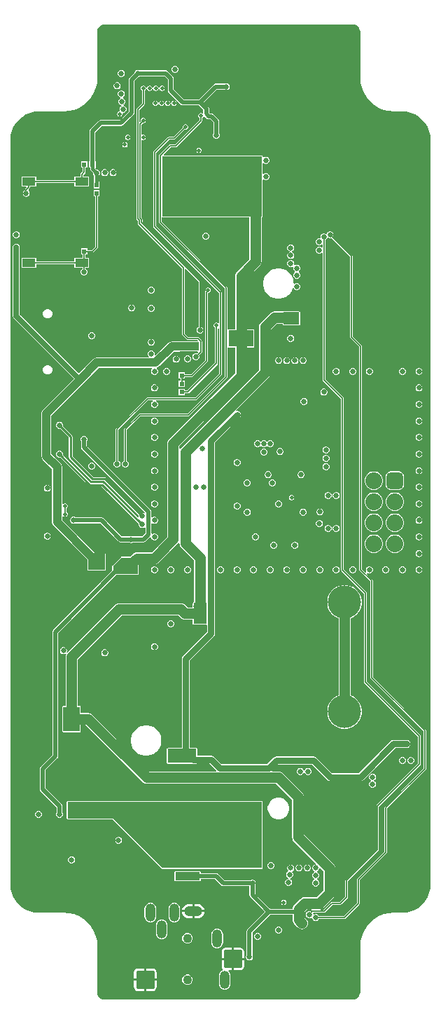
<source format=gbr>
%TF.GenerationSoftware,Altium Limited,Altium Designer,22.5.1 (42)*%
G04 Layer_Physical_Order=4*
G04 Layer_Color=15441517*
%FSLAX45Y45*%
%MOMM*%
%TF.SameCoordinates,B0F14D10-A82B-43C6-BF60-515EF57ECD05*%
%TF.FilePolarity,Positive*%
%TF.FileFunction,Copper,L4,Bot,Signal*%
%TF.Part,Single*%
G01*
G75*
%TA.AperFunction,Conductor*%
%ADD10C,0.50800*%
%ADD12C,0.12700*%
%TA.AperFunction,SMDPad,CuDef*%
%ADD14R,0.55000X0.60000*%
%ADD15R,0.60000X0.55000*%
%ADD19R,0.60000X0.60000*%
%TA.AperFunction,Conductor*%
%ADD80C,0.25400*%
%ADD81C,0.76200*%
%ADD82C,0.38100*%
%ADD83C,0.20320*%
%ADD84C,0.63500*%
%ADD88C,1.27000*%
%ADD89C,1.01600*%
%TA.AperFunction,ComponentPad*%
G04:AMPARAMS|DCode=93|XSize=2.032mm|YSize=2.032mm|CornerRadius=0.508mm|HoleSize=0mm|Usage=FLASHONLY|Rotation=270.000|XOffset=0mm|YOffset=0mm|HoleType=Round|Shape=RoundedRectangle|*
%AMROUNDEDRECTD93*
21,1,2.03200,1.01600,0,0,270.0*
21,1,1.01600,2.03200,0,0,270.0*
1,1,1.01600,-0.50800,-0.50800*
1,1,1.01600,-0.50800,0.50800*
1,1,1.01600,0.50800,0.50800*
1,1,1.01600,0.50800,-0.50800*
%
%ADD93ROUNDEDRECTD93*%
%ADD94C,2.03200*%
%ADD95C,4.00000*%
G04:AMPARAMS|DCode=96|XSize=2.2mm|YSize=1.2mm|CornerRadius=0.6mm|HoleSize=0mm|Usage=FLASHONLY|Rotation=180.000|XOffset=0mm|YOffset=0mm|HoleType=Round|Shape=RoundedRectangle|*
%AMROUNDEDRECTD96*
21,1,2.20000,0.00000,0,0,180.0*
21,1,1.00000,1.20000,0,0,180.0*
1,1,1.20000,-0.50000,0.00000*
1,1,1.20000,0.50000,0.00000*
1,1,1.20000,0.50000,0.00000*
1,1,1.20000,-0.50000,0.00000*
%
%ADD96ROUNDEDRECTD96*%
G04:AMPARAMS|DCode=97|XSize=2.2mm|YSize=1.2mm|CornerRadius=0.6mm|HoleSize=0mm|Usage=FLASHONLY|Rotation=270.000|XOffset=0mm|YOffset=0mm|HoleType=Round|Shape=RoundedRectangle|*
%AMROUNDEDRECTD97*
21,1,2.20000,0.00000,0,0,270.0*
21,1,1.00000,1.20000,0,0,270.0*
1,1,1.20000,0.00000,-0.50000*
1,1,1.20000,0.00000,0.50000*
1,1,1.20000,0.00000,0.50000*
1,1,1.20000,0.00000,-0.50000*
%
%ADD97ROUNDEDRECTD97*%
G04:AMPARAMS|DCode=98|XSize=2.2mm|YSize=2.2mm|CornerRadius=0.22mm|HoleSize=0mm|Usage=FLASHONLY|Rotation=270.000|XOffset=0mm|YOffset=0mm|HoleType=Round|Shape=RoundedRectangle|*
%AMROUNDEDRECTD98*
21,1,2.20000,1.76000,0,0,270.0*
21,1,1.76000,2.20000,0,0,270.0*
1,1,0.44000,-0.88000,-0.88000*
1,1,0.44000,-0.88000,0.88000*
1,1,0.44000,0.88000,0.88000*
1,1,0.44000,0.88000,-0.88000*
%
%ADD98ROUNDEDRECTD98*%
%ADD99C,1.10000*%
%ADD100C,0.65000*%
%TA.AperFunction,ViaPad*%
%ADD101C,6.50000*%
%ADD102C,0.66000*%
%ADD103C,0.46000*%
%TA.AperFunction,SMDPad,CuDef*%
%ADD106R,12.00000X7.30000*%
%ADD107R,1.60000X1.00000*%
%TA.AperFunction,Conductor*%
%ADD108R,3.00000X1.00000*%
%ADD109R,3.49934X1.68673*%
%ADD110R,2.91892X1.00000*%
%ADD111R,2.00000X2.00000*%
%ADD112R,1.85314X1.49862*%
%ADD113R,1.57503X2.50000*%
%ADD114R,2.00000X3.00000*%
G36*
X1723323Y5887542D02*
X1745056Y5878540D01*
X1763718Y5864219D01*
X1778039Y5845557D01*
X1787041Y5823824D01*
X1790045Y5801005D01*
X1789836Y5800501D01*
X1789837Y5250501D01*
X1789344D01*
X1794400Y5186260D01*
X1809443Y5123601D01*
X1834103Y5064067D01*
X1867773Y5009124D01*
X1909623Y4960124D01*
X1958623Y4918274D01*
X2013566Y4884604D01*
X2073101Y4859944D01*
X2135760Y4844901D01*
X2200000Y4839845D01*
Y4840338D01*
X2300000D01*
X2301122Y4840802D01*
X2353249Y4836700D01*
X2405186Y4824231D01*
X2454534Y4803790D01*
X2500076Y4775882D01*
X2540692Y4741193D01*
X2575381Y4700577D01*
X2603289Y4655035D01*
X2623730Y4605687D01*
X2636199Y4553750D01*
X2639404Y4513022D01*
X2639836Y4500501D01*
D01*
X2639837Y4487833D01*
Y-4486831D01*
X2639836Y-4499498D01*
X2639836D01*
X2639404Y-4512020D01*
X2636199Y-4552747D01*
X2623730Y-4604685D01*
X2603289Y-4654032D01*
X2575381Y-4699575D01*
X2540692Y-4740190D01*
X2500076Y-4774880D01*
X2454534Y-4802788D01*
X2405186Y-4823228D01*
X2353249Y-4835697D01*
X2301122Y-4839800D01*
X2300000Y-4839335D01*
X2200000D01*
Y-4838843D01*
X2135760Y-4843899D01*
X2073101Y-4858942D01*
X2013566Y-4883602D01*
X1958623Y-4917271D01*
X1909623Y-4959121D01*
X1867773Y-5008121D01*
X1834103Y-5063065D01*
X1809443Y-5122599D01*
X1794400Y-5185258D01*
X1789344Y-5249499D01*
X1789837D01*
X1789836Y-5799499D01*
X1790045Y-5800002D01*
X1787041Y-5822821D01*
X1778039Y-5844554D01*
X1763718Y-5863217D01*
X1745056Y-5877537D01*
X1723323Y-5886540D01*
X1700504Y-5889544D01*
X1700000Y-5889335D01*
X-1300000D01*
X-1300503Y-5889544D01*
X-1323322Y-5886540D01*
X-1345055Y-5877537D01*
X-1363718Y-5863217D01*
X-1378038Y-5844554D01*
X-1387041Y-5822821D01*
X-1390045Y-5800002D01*
X-1389836Y-5799499D01*
X-1389837Y-5262199D01*
X-1389344Y-5249499D01*
X-1389344D01*
X-1394400Y-5185258D01*
X-1409443Y-5122599D01*
X-1434103Y-5063065D01*
X-1467773Y-5008121D01*
X-1509623Y-4959121D01*
X-1558622Y-4917271D01*
X-1613566Y-4883602D01*
X-1673100Y-4858942D01*
X-1735759Y-4843899D01*
X-1800000Y-4838843D01*
Y-4839335D01*
X-2100000D01*
X-2101122Y-4839800D01*
X-2153248Y-4835697D01*
X-2205186Y-4823228D01*
X-2254533Y-4802788D01*
X-2300076Y-4774880D01*
X-2340692Y-4740190D01*
X-2375381Y-4699575D01*
X-2403289Y-4654032D01*
X-2423729Y-4604685D01*
X-2436199Y-4552747D01*
X-2440301Y-4500621D01*
X-2439836Y-4499499D01*
X-2439836Y4500501D01*
X-2440301Y4501623D01*
X-2436199Y4553750D01*
X-2423729Y4605687D01*
X-2403289Y4655035D01*
X-2375381Y4700577D01*
X-2340692Y4741193D01*
X-2300076Y4775882D01*
X-2254533Y4803790D01*
X-2205186Y4824231D01*
X-2153248Y4836700D01*
X-2101122Y4840802D01*
X-2100000Y4840338D01*
X-1800000D01*
Y4839845D01*
X-1735759Y4844901D01*
X-1673100Y4859944D01*
X-1613566Y4884604D01*
X-1558622Y4918274D01*
X-1509623Y4960124D01*
X-1467773Y5009124D01*
X-1434103Y5064067D01*
X-1409443Y5123601D01*
X-1394400Y5186260D01*
X-1389344Y5250501D01*
X-1389836D01*
Y5800501D01*
X-1390045Y5801004D01*
X-1387041Y5823824D01*
X-1378038Y5845557D01*
X-1363718Y5864219D01*
X-1345055Y5878540D01*
X-1323322Y5887542D01*
X-1300503Y5890546D01*
X-1300000Y5890337D01*
X1700000D01*
X1700504Y5890546D01*
X1723323Y5887542D01*
D02*
G37*
%LPC*%
G36*
X-441667Y5391890D02*
X-458332D01*
X-473729Y5385512D01*
X-485512Y5373729D01*
X-491890Y5358332D01*
Y5341667D01*
X-485512Y5326271D01*
X-473729Y5314487D01*
X-458332Y5308110D01*
X-441667D01*
X-426271Y5314487D01*
X-414487Y5326271D01*
X-408110Y5341667D01*
Y5358332D01*
X-414487Y5373729D01*
X-426271Y5385512D01*
X-441667Y5391890D01*
D02*
G37*
G36*
X-1091668Y5341890D02*
X-1108333D01*
X-1123729Y5335513D01*
X-1135513Y5323729D01*
X-1141890Y5308333D01*
Y5291668D01*
X-1135513Y5276271D01*
X-1123729Y5264488D01*
X-1108333Y5258110D01*
X-1091668D01*
X-1076271Y5264488D01*
X-1064488Y5276271D01*
X-1058110Y5291668D01*
Y5308333D01*
X-1064488Y5323729D01*
X-1076271Y5335513D01*
X-1091668Y5341890D01*
D02*
G37*
G36*
X-600549Y5151080D02*
X-613236D01*
X-624957Y5146225D01*
X-633928Y5137254D01*
X-638783Y5125534D01*
X-650854D01*
X-655709Y5137254D01*
X-664679Y5146225D01*
X-676400Y5151080D01*
X-689087D01*
X-700808Y5146225D01*
X-709779Y5137254D01*
X-714633Y5125534D01*
X-726705D01*
X-731559Y5137254D01*
X-740530Y5146225D01*
X-752251Y5151080D01*
X-764938D01*
X-776659Y5146225D01*
X-785629Y5137254D01*
X-790484Y5125534D01*
X-802555D01*
X-807410Y5137254D01*
X-816381Y5146225D01*
X-828102Y5151080D01*
X-840789D01*
X-852509Y5146225D01*
X-861480Y5137254D01*
X-866335Y5125534D01*
Y5112847D01*
X-861480Y5101126D01*
X-852509Y5092155D01*
X-850941Y5091505D01*
Y4935972D01*
X-913993Y4872919D01*
X-918825Y4861255D01*
Y4696734D01*
Y3541136D01*
X-913993Y3529472D01*
X-902175Y3517654D01*
Y3487334D01*
X-897343Y3475670D01*
X-366496Y2944822D01*
Y2150000D01*
X-361664Y2138336D01*
X-310632Y2087304D01*
X-298968Y2082472D01*
X-182060D01*
X-170944Y2071356D01*
X-175804Y2059623D01*
X-393781D01*
X-400000Y2060859D01*
X-488689D01*
X-488691Y2060860D01*
X-511981Y2056227D01*
X-531725Y2043034D01*
X-685867Y1888892D01*
X-696634Y1896086D01*
X-694322Y1901668D01*
Y1918332D01*
X-700699Y1933729D01*
X-712483Y1945512D01*
X-727879Y1951890D01*
X-744544D01*
X-759940Y1945512D01*
X-771724Y1933729D01*
X-778102Y1918332D01*
Y1901668D01*
X-771724Y1886271D01*
X-763924Y1878471D01*
X-769184Y1865771D01*
X-1395087D01*
X-1395089Y1865771D01*
X-1418379Y1861138D01*
X-1438123Y1847946D01*
X-1438123Y1847945D01*
X-1613734Y1672334D01*
X-2328564Y2387164D01*
Y3190572D01*
X-2328110Y3191667D01*
Y3208332D01*
X-2334488Y3223729D01*
X-2346272Y3235512D01*
X-2361668Y3241890D01*
X-2378333D01*
X-2393729Y3235512D01*
X-2405513Y3223729D01*
X-2411890Y3208332D01*
Y3191667D01*
X-2411437Y3190572D01*
Y2370000D01*
X-2408282Y2354143D01*
X-2399300Y2340700D01*
X-1672334Y1613734D01*
X-2049152Y1236916D01*
X-2062345Y1217172D01*
X-2066978Y1193882D01*
X-2066977Y1193881D01*
Y677300D01*
X-2066978Y677299D01*
X-2062345Y654009D01*
X-2049152Y634265D01*
X-1936723Y521835D01*
Y-124135D01*
X-1936723Y-124137D01*
X-1932090Y-147427D01*
X-1918897Y-167171D01*
X-1509623Y-576445D01*
Y-700000D01*
X-1506804Y-706804D01*
X-1500000Y-709623D01*
X-1300000D01*
X-1293196Y-706804D01*
X-1290377Y-700000D01*
Y-500000D01*
X-1293196Y-493196D01*
X-1300000Y-490377D01*
X-1423554D01*
X-1815004Y-98928D01*
Y-53056D01*
X-1802304Y-47795D01*
X-1798064Y-52035D01*
X-1786343Y-56890D01*
X-1773656D01*
X-1761936Y-52035D01*
X-1752965Y-43064D01*
X-1748110Y-31343D01*
Y-18657D01*
X-1752965Y-6936D01*
X-1760577Y676D01*
Y49324D01*
X-1752965Y56936D01*
X-1748110Y68657D01*
Y81343D01*
X-1752965Y93064D01*
X-1761936Y102035D01*
X-1773656Y106890D01*
X-1786343D01*
X-1798064Y102035D01*
X-1802304Y97795D01*
X-1815004Y103056D01*
Y547043D01*
X-1815003Y547044D01*
X-1819636Y570334D01*
X-1832829Y590078D01*
X-1832830Y590079D01*
X-1945258Y702508D01*
Y1168673D01*
X-1556967Y1556965D01*
X-1556966Y1556966D01*
X-1369880Y1744052D01*
X-733150D01*
X-727889Y1731352D01*
X-735513Y1723729D01*
X-741890Y1708332D01*
Y1691667D01*
X-735513Y1676271D01*
X-723729Y1664487D01*
X-708333Y1658110D01*
X-691668D01*
X-676271Y1664487D01*
X-664488Y1676271D01*
X-658110Y1691667D01*
Y1708332D01*
X-664488Y1723729D01*
X-673839Y1733080D01*
X-672340Y1743503D01*
X-670799Y1746634D01*
X-660489Y1748685D01*
X-640745Y1761877D01*
X-463482Y1939141D01*
X-400000D01*
X-393783Y1940377D01*
X-175912D01*
X-170651Y1927677D01*
X-184435Y1913894D01*
X-191668Y1916889D01*
X-208333D01*
X-223729Y1910512D01*
X-235513Y1898728D01*
X-241890Y1883332D01*
Y1866667D01*
X-235513Y1851271D01*
X-223729Y1839487D01*
X-208333Y1833110D01*
X-191668D01*
X-176272Y1839487D01*
X-164488Y1851271D01*
X-158110Y1866667D01*
Y1883332D01*
X-161106Y1890565D01*
X-125657Y1926014D01*
X-120826Y1937679D01*
Y2061062D01*
X-125657Y2072726D01*
X-163563Y2110632D01*
X-175227Y2115464D01*
X-292136D01*
X-333504Y2156833D01*
Y2931158D01*
X-321771Y2936019D01*
X-166496Y2780743D01*
Y2238508D01*
X-173729Y2235512D01*
X-185512Y2223729D01*
X-191890Y2208332D01*
Y2191667D01*
X-185512Y2176271D01*
X-173729Y2164487D01*
X-158332Y2158110D01*
X-141667D01*
X-126271Y2164487D01*
X-114487Y2176271D01*
X-108110Y2191667D01*
Y2208332D01*
X-114487Y2223729D01*
X-126271Y2235512D01*
X-133504Y2238508D01*
Y2787576D01*
X-138336Y2799240D01*
X-843783Y3504687D01*
Y3535007D01*
X-848615Y3546671D01*
X-860433Y3558490D01*
Y4492124D01*
X-847733Y4499070D01*
X-841222Y4496373D01*
X-828536D01*
X-816815Y4501228D01*
X-807844Y4510199D01*
X-802989Y4521920D01*
Y4534606D01*
X-807844Y4546327D01*
X-816815Y4555298D01*
X-828536Y4560153D01*
X-841222D01*
X-847733Y4557456D01*
X-860433Y4564402D01*
Y4679381D01*
X-842791Y4697023D01*
X-841222Y4696373D01*
X-828536D01*
X-816815Y4701228D01*
X-807844Y4710199D01*
X-802989Y4721920D01*
Y4734606D01*
X-807844Y4746327D01*
X-816815Y4755298D01*
X-828536Y4760153D01*
X-841222D01*
X-852943Y4755298D01*
X-861914Y4746327D01*
X-866769Y4734606D01*
Y4721920D01*
X-866566Y4721431D01*
X-874806Y4713191D01*
X-885833Y4717758D01*
Y4854422D01*
X-822781Y4917474D01*
X-817949Y4929139D01*
Y5091505D01*
X-816381Y5092155D01*
X-807410Y5101126D01*
X-802555Y5112846D01*
X-790484D01*
X-785629Y5101126D01*
X-776659Y5092155D01*
X-764938Y5087300D01*
X-752251D01*
X-740530Y5092155D01*
X-731559Y5101126D01*
X-726705Y5112846D01*
X-714633D01*
X-709779Y5101126D01*
X-700808Y5092155D01*
X-689087Y5087300D01*
X-676400D01*
X-664679Y5092155D01*
X-655709Y5101126D01*
X-650854Y5112846D01*
X-638783D01*
X-633928Y5101126D01*
X-624957Y5092155D01*
X-613236Y5087300D01*
X-600549D01*
X-588829Y5092155D01*
X-579858Y5101126D01*
X-575003Y5112847D01*
Y5125534D01*
X-579858Y5137254D01*
X-588829Y5146225D01*
X-600549Y5151080D01*
D02*
G37*
G36*
X-1141667Y5191890D02*
X-1158332D01*
X-1173728Y5185512D01*
X-1185512Y5173729D01*
X-1191890Y5158332D01*
Y5141667D01*
X-1185512Y5126271D01*
X-1173728Y5114487D01*
X-1158332Y5108110D01*
X-1141667D01*
X-1126271Y5114487D01*
X-1114487Y5126271D01*
X-1108110Y5141667D01*
Y5158332D01*
X-1114487Y5173729D01*
X-1126271Y5185512D01*
X-1141667Y5191890D01*
D02*
G37*
G36*
X-891668Y5341890D02*
X-908332D01*
X-923729Y5335513D01*
X-935512Y5323729D01*
X-941890Y5308333D01*
Y5307554D01*
X-1001242Y5248202D01*
X-1008820Y5236860D01*
X-1011482Y5223480D01*
Y4837962D01*
X-1114482Y4734962D01*
X-1349999D01*
X-1350000Y4734962D01*
X-1363379Y4732300D01*
X-1374722Y4724722D01*
X-1474722Y4624722D01*
X-1482301Y4613379D01*
X-1484962Y4600000D01*
Y4236390D01*
X-1488890D01*
Y4163610D01*
X-1478488D01*
Y4145799D01*
X-1478488Y4145798D01*
X-1476319Y4134896D01*
X-1470144Y4125654D01*
X-1443991Y4099501D01*
Y4089566D01*
X-1437614Y4074170D01*
X-1429538Y4066094D01*
Y3988890D01*
X-1436390D01*
Y3911110D01*
X-1363610D01*
Y3988890D01*
X-1372563D01*
Y4068196D01*
X-1366589Y4074170D01*
X-1360211Y4089566D01*
Y4106231D01*
X-1366589Y4121627D01*
X-1378373Y4133411D01*
X-1393769Y4139789D01*
X-1403704D01*
X-1414825Y4150910D01*
X-1411110Y4163610D01*
X-1411110D01*
Y4236390D01*
X-1415039D01*
Y4585518D01*
X-1335518Y4665038D01*
X-1100000D01*
X-1086621Y4667700D01*
X-1075278Y4675278D01*
X-951798Y4798758D01*
X-944219Y4810101D01*
X-941558Y4823480D01*
Y5208998D01*
X-892447Y5258110D01*
X-891668D01*
X-876271Y5264488D01*
X-875721Y5265038D01*
X-574809D01*
X-534962Y5225192D01*
Y5092660D01*
X-532300Y5079280D01*
X-524722Y5067938D01*
X-382062Y4925278D01*
X-370720Y4917700D01*
X-357340Y4915038D01*
X-164482D01*
X-108650Y4859206D01*
Y4820706D01*
X-114551Y4817111D01*
X-121350Y4814544D01*
X-131531Y4818762D01*
X-144218D01*
X-155939Y4813907D01*
X-164910Y4804936D01*
X-169765Y4793215D01*
Y4780528D01*
X-164910Y4768808D01*
X-155939Y4759837D01*
X-154371Y4759187D01*
Y4732246D01*
X-447304Y4439312D01*
X-511315D01*
X-522979Y4434481D01*
X-636674Y4320786D01*
X-641506Y4309122D01*
Y3502076D01*
X-636674Y3490412D01*
X149188Y2704550D01*
Y1637545D01*
X-296870Y1191486D01*
X-875009D01*
X-886674Y1186655D01*
X-1061664Y1011664D01*
X-1066496Y1000000D01*
Y618508D01*
X-1073729Y615512D01*
X-1085513Y603728D01*
X-1091890Y588332D01*
Y571667D01*
X-1085513Y556271D01*
X-1073729Y544487D01*
X-1058333Y538110D01*
X-1041668D01*
X-1026272Y544487D01*
X-1014488Y556271D01*
X-1008110Y571667D01*
Y588332D01*
X-1014488Y603728D01*
X-1026272Y615512D01*
X-1033504Y618508D01*
Y993167D01*
X-868177Y1158495D01*
X-290038D01*
X-278374Y1163326D01*
X177348Y1619048D01*
X182180Y1630712D01*
Y1987619D01*
X194880Y1992498D01*
X200000Y1990378D01*
X276985D01*
Y1679647D01*
X-523714Y878947D01*
X-535318Y863826D01*
X-542612Y846216D01*
X-545100Y827318D01*
Y-297671D01*
X-732997Y-485568D01*
X-908583D01*
X-927480Y-488056D01*
X-945090Y-495350D01*
X-960212Y-506954D01*
X-993635Y-540377D01*
X-1100000D01*
X-1106804Y-543196D01*
X-1206804Y-643196D01*
X-1209622Y-650000D01*
Y-710179D01*
X-1924722Y-1425278D01*
X-1932300Y-1436621D01*
X-1934962Y-1450000D01*
Y-2935518D01*
X-2074722Y-3075278D01*
X-2082300Y-3086620D01*
X-2084962Y-3100000D01*
Y-3350000D01*
X-2082300Y-3363380D01*
X-2074722Y-3374722D01*
X-1884961Y-3564482D01*
Y-3625721D01*
X-1885512Y-3626272D01*
X-1891890Y-3641668D01*
Y-3658333D01*
X-1885512Y-3673729D01*
X-1873728Y-3685513D01*
X-1858332Y-3691890D01*
X-1841667D01*
X-1826271Y-3685513D01*
X-1814487Y-3673729D01*
X-1808110Y-3658333D01*
Y-3641668D01*
X-1814487Y-3626272D01*
X-1815038Y-3625721D01*
Y-3550001D01*
X-1817699Y-3536621D01*
X-1825278Y-3525279D01*
X-2015038Y-3335518D01*
Y-3114482D01*
X-1875278Y-2974722D01*
X-1867700Y-2963379D01*
X-1865038Y-2950000D01*
Y-1464482D01*
X-1160179Y-759623D01*
X-900000D01*
X-893196Y-756804D01*
X-890377Y-750000D01*
Y-643636D01*
X-878339Y-631597D01*
X-702753D01*
X-683856Y-629110D01*
X-666246Y-621815D01*
X-651124Y-610212D01*
X-420456Y-379544D01*
X-410715Y-366849D01*
X-400593Y-368809D01*
X-398015Y-370178D01*
Y-375000D01*
X-395527Y-393897D01*
X-388233Y-411507D01*
X-376629Y-426629D01*
X-223015Y-580243D01*
Y-1090378D01*
X-227500D01*
X-234304Y-1093196D01*
X-237122Y-1100000D01*
Y-1151639D01*
X-299157D01*
X-327425Y-1123371D01*
X-342547Y-1111767D01*
X-360157Y-1104473D01*
X-379054Y-1101985D01*
X-1125000D01*
X-1143898Y-1104473D01*
X-1161507Y-1111767D01*
X-1176629Y-1123371D01*
X-1751629Y-1698370D01*
X-1760958Y-1690208D01*
X-1758110Y-1683332D01*
Y-1666667D01*
X-1764487Y-1651271D01*
X-1776271Y-1639487D01*
X-1791667Y-1633110D01*
X-1808332D01*
X-1823729Y-1639487D01*
X-1835512Y-1651271D01*
X-1841890Y-1666667D01*
Y-1683332D01*
X-1835512Y-1698729D01*
X-1823729Y-1710512D01*
X-1808332Y-1716890D01*
X-1791667D01*
X-1776271Y-1710512D01*
X-1775372Y-1709613D01*
X-1764606Y-1716807D01*
X-1770527Y-1731102D01*
X-1773014Y-1750000D01*
Y-2340378D01*
X-1800000D01*
X-1806804Y-2343196D01*
X-1809622Y-2350000D01*
Y-2650000D01*
X-1806804Y-2656804D01*
X-1800000Y-2659623D01*
X-1600000D01*
X-1593196Y-2656804D01*
X-1590378Y-2650000D01*
Y-2573015D01*
X-1530279D01*
X-844537Y-3258757D01*
X-829415Y-3270360D01*
X-811805Y-3277655D01*
X-792908Y-3280143D01*
X772480D01*
X965249Y-3472912D01*
Y-3927568D01*
X967736Y-3946466D01*
X975031Y-3964075D01*
X986634Y-3979197D01*
X1252848Y-4245410D01*
X1247587Y-4258110D01*
X1241667D01*
X1226271Y-4264488D01*
X1214487Y-4276272D01*
X1208110Y-4291668D01*
Y-4308333D01*
X1214487Y-4323729D01*
X1226271Y-4335513D01*
X1231782Y-4337795D01*
Y-4351542D01*
X1226271Y-4353824D01*
X1214487Y-4365608D01*
X1208110Y-4381004D01*
Y-4397669D01*
X1214487Y-4413066D01*
X1226271Y-4424849D01*
X1231782Y-4427132D01*
Y-4440879D01*
X1226271Y-4443161D01*
X1214487Y-4454945D01*
X1208110Y-4470341D01*
Y-4487006D01*
X1214487Y-4502402D01*
X1226271Y-4514186D01*
X1241667Y-4520563D01*
X1258332D01*
X1273728Y-4514186D01*
X1285512Y-4502402D01*
X1291890Y-4487006D01*
Y-4470341D01*
X1285512Y-4454945D01*
X1273728Y-4443161D01*
X1268218Y-4440879D01*
Y-4427132D01*
X1273728Y-4424849D01*
X1285512Y-4413066D01*
X1291890Y-4397669D01*
Y-4381004D01*
X1285512Y-4365608D01*
X1273728Y-4353824D01*
X1268218Y-4351542D01*
Y-4337795D01*
X1273728Y-4335513D01*
X1285512Y-4323729D01*
X1291890Y-4308333D01*
Y-4302413D01*
X1304590Y-4297152D01*
X1343502Y-4336065D01*
Y-4569756D01*
X1261096Y-4652162D01*
X1116175D01*
X1097278Y-4654650D01*
X1079668Y-4661944D01*
X1064546Y-4673547D01*
X992204Y-4745890D01*
X980601Y-4761011D01*
X973307Y-4778621D01*
X971162Y-4794911D01*
X708894D01*
X708344Y-4794360D01*
X692947Y-4787983D01*
X692169D01*
X519961Y-4615776D01*
Y-4504280D01*
X520512Y-4503729D01*
X526890Y-4488333D01*
Y-4471668D01*
X520512Y-4456272D01*
X508728Y-4444488D01*
X493332Y-4438110D01*
X476667D01*
X461271Y-4444488D01*
X460720Y-4445038D01*
X144482D01*
X74722Y-4375278D01*
X63379Y-4367700D01*
X50000Y-4365038D01*
X-140377D01*
Y-4350000D01*
X-143196Y-4343196D01*
X-150000Y-4340377D01*
X-450000D01*
X-456804Y-4343196D01*
X-459623Y-4350000D01*
Y-4450000D01*
X-456804Y-4456804D01*
X-450000Y-4459623D01*
X-150000D01*
X-143196Y-4456804D01*
X-140377Y-4450000D01*
Y-4434962D01*
X35518D01*
X105278Y-4504722D01*
X116621Y-4512301D01*
X130000Y-4514962D01*
X450038D01*
Y-4630257D01*
X452699Y-4643637D01*
X460278Y-4654979D01*
X635171Y-4829873D01*
X425278Y-5039766D01*
X417699Y-5051109D01*
X415038Y-5064488D01*
Y-5350721D01*
X414487Y-5351271D01*
X408110Y-5366668D01*
Y-5383333D01*
X414487Y-5398729D01*
X426271Y-5410513D01*
X441667Y-5416890D01*
X458332D01*
X473728Y-5410513D01*
X485512Y-5398729D01*
X491890Y-5383333D01*
Y-5366668D01*
X485512Y-5351271D01*
X484961Y-5350721D01*
Y-5078970D01*
X692168Y-4871763D01*
X692947D01*
X708344Y-4865385D01*
X708894Y-4864835D01*
X970819D01*
Y-4923845D01*
X973307Y-4942743D01*
X980601Y-4960353D01*
X992204Y-4975474D01*
X1033368Y-5016638D01*
X1048490Y-5028242D01*
X1066100Y-5035536D01*
X1084997Y-5038024D01*
X1103895Y-5035536D01*
X1121505Y-5028242D01*
X1136626Y-5016638D01*
X1148230Y-5001517D01*
X1155524Y-4983907D01*
X1158012Y-4965009D01*
X1155524Y-4946112D01*
X1148230Y-4928502D01*
X1136626Y-4913380D01*
X1116848Y-4893602D01*
Y-4827762D01*
X1146419Y-4798191D01*
X1201785D01*
X1204311Y-4810891D01*
X1198410Y-4813336D01*
X1187762Y-4823984D01*
X1180529Y-4820988D01*
X1163864D01*
X1148468Y-4827365D01*
X1136684Y-4839149D01*
X1130307Y-4854545D01*
Y-4871210D01*
X1136684Y-4886606D01*
X1148468Y-4898390D01*
X1163864Y-4904767D01*
X1180529D01*
X1195925Y-4898390D01*
X1208110Y-4904166D01*
Y-4908333D01*
X1214487Y-4923729D01*
X1226271Y-4935513D01*
X1241667Y-4941890D01*
X1258332D01*
X1273728Y-4935513D01*
X1285512Y-4923729D01*
X1288508Y-4916496D01*
X1598510D01*
X1610175Y-4911664D01*
X1780126Y-4741713D01*
X1784957Y-4730049D01*
Y-4443224D01*
X2110024Y-4118157D01*
X2114856Y-4106493D01*
Y-3575996D01*
X2581130Y-3109721D01*
X2585962Y-3098057D01*
Y-2640701D01*
X2581130Y-2629036D01*
X1944398Y-1992305D01*
Y-828104D01*
X1939567Y-816440D01*
X1867850Y-744723D01*
X1876272Y-735512D01*
X1891668Y-741889D01*
X1908333D01*
X1923729Y-735512D01*
X1935513Y-723728D01*
X1941890Y-708332D01*
Y-691667D01*
X1935513Y-676270D01*
X1923729Y-664487D01*
X1908333Y-658109D01*
X1891668D01*
X1876272Y-664487D01*
X1864488Y-676270D01*
X1858111Y-691667D01*
Y-708332D01*
X1864488Y-723728D01*
X1855276Y-732150D01*
X1810042Y-686915D01*
Y2006454D01*
X1805210Y2018119D01*
X1699441Y2123888D01*
Y3092055D01*
X1694610Y3103719D01*
X1463894Y3334435D01*
X1466890Y3341667D01*
Y3358332D01*
X1460512Y3373729D01*
X1448729Y3385512D01*
X1433332Y3391890D01*
X1416667D01*
X1401271Y3385512D01*
X1389487Y3373729D01*
X1386261Y3365940D01*
X1374169Y3360703D01*
X1371667Y3361367D01*
X1358333Y3366890D01*
X1341668D01*
X1326271Y3360512D01*
X1314488Y3348729D01*
X1308110Y3333332D01*
Y3316667D01*
X1308262Y3316301D01*
X1299488Y3306189D01*
X1282823D01*
X1267427Y3299812D01*
X1255643Y3288028D01*
X1249266Y3272632D01*
Y3255967D01*
X1255643Y3240570D01*
X1267427Y3228787D01*
X1282823Y3222409D01*
X1299488D01*
X1314884Y3228787D01*
X1320804Y3234707D01*
X1333504Y3229446D01*
Y3199152D01*
X1320804Y3193891D01*
X1314884Y3199811D01*
X1299488Y3206189D01*
X1282823D01*
X1267427Y3199811D01*
X1255643Y3188028D01*
X1249265Y3172631D01*
Y3155967D01*
X1255643Y3140570D01*
X1267427Y3128786D01*
X1282823Y3122409D01*
X1299488D01*
X1314884Y3128786D01*
X1320804Y3134707D01*
X1333504Y3129446D01*
Y1600000D01*
X1338336Y1588336D01*
X1558504Y1368167D01*
Y-700000D01*
X1563336Y-711664D01*
X1833504Y-981833D01*
Y-2050000D01*
X1838336Y-2061664D01*
X2490517Y-2713845D01*
Y-3036155D01*
X1988336Y-3538336D01*
X1983504Y-3550000D01*
Y-4068167D01*
X1613336Y-4438336D01*
X1608504Y-4450000D01*
Y-4643167D01*
X1543167Y-4708504D01*
X1450000D01*
X1438335Y-4713336D01*
X1343167Y-4808504D01*
X1310306D01*
X1309473Y-4795804D01*
X1310237Y-4795704D01*
X1327847Y-4788409D01*
X1342969Y-4776806D01*
X1468146Y-4651629D01*
X1479749Y-4636507D01*
X1487044Y-4618897D01*
X1489531Y-4600000D01*
Y-4305821D01*
X1487043Y-4286924D01*
X1479749Y-4269314D01*
X1468146Y-4254192D01*
X1111278Y-3897324D01*
Y-3442668D01*
X1108790Y-3423771D01*
X1101496Y-3406161D01*
X1089892Y-3391039D01*
X854352Y-3155499D01*
X839230Y-3143895D01*
X821621Y-3136601D01*
X802723Y-3134113D01*
X726603D01*
X721342Y-3121413D01*
X794845Y-3047911D01*
X1205065D01*
X1391132Y-3233977D01*
X1406675Y-3244363D01*
X1425010Y-3248010D01*
X1792236D01*
X1810570Y-3244363D01*
X1826113Y-3233977D01*
X2212180Y-2847910D01*
X2350000D01*
X2368335Y-2844264D01*
X2383878Y-2833878D01*
X2394264Y-2818334D01*
X2397911Y-2800000D01*
X2394264Y-2781666D01*
X2383878Y-2766122D01*
X2368335Y-2755736D01*
X2350000Y-2752089D01*
X2192335D01*
X2174000Y-2755736D01*
X2158457Y-2766122D01*
X1772391Y-3152189D01*
X1444855D01*
X1258788Y-2966122D01*
X1243245Y-2955737D01*
X1224910Y-2952090D01*
X775000D01*
X756665Y-2955737D01*
X741122Y-2966122D01*
X662327Y-3044917D01*
X110329D01*
X21533Y-2956122D01*
X5990Y-2945736D01*
X-12345Y-2942089D01*
X-178906D01*
Y-2860910D01*
X-181725Y-2854106D01*
X-188529Y-2851288D01*
X-272090D01*
Y-1789845D01*
X18342Y-1499413D01*
X28728Y-1483870D01*
X32375Y-1465535D01*
Y839620D01*
X333878Y1141122D01*
X344263Y1156665D01*
X347910Y1175000D01*
X344263Y1193335D01*
X333878Y1208878D01*
X318335Y1219263D01*
X300000Y1222910D01*
X292671Y1221453D01*
X286415Y1233157D01*
X690849Y1637591D01*
X702452Y1652712D01*
X709746Y1670322D01*
X712234Y1689220D01*
Y2208976D01*
X780244Y2276986D01*
X856546D01*
Y2263998D01*
X859364Y2257194D01*
X866168Y2254376D01*
X1051483D01*
X1058287Y2257194D01*
X1061105Y2263998D01*
Y2413860D01*
X1058287Y2420664D01*
X1051483Y2423483D01*
X866168D01*
X865038Y2423015D01*
X750000D01*
X731102Y2420527D01*
X713493Y2413233D01*
X698371Y2401629D01*
X587591Y2290849D01*
X575987Y2275727D01*
X568693Y2258117D01*
X566205Y2239220D01*
Y1719463D01*
X-376629Y776629D01*
X-386371Y763934D01*
X-396492Y765893D01*
X-399071Y767263D01*
Y797075D01*
X401629Y1597775D01*
X413233Y1612896D01*
X420527Y1630506D01*
X423015Y1649404D01*
Y1990378D01*
X500000D01*
X506804Y1993196D01*
X509623Y2000000D01*
Y2200000D01*
X506804Y2206804D01*
X500000Y2209622D01*
X423015D01*
Y2821041D01*
X574395Y2972422D01*
X585999Y2987543D01*
X593293Y3005153D01*
X595781Y3024051D01*
Y3561110D01*
X608906D01*
Y4013892D01*
X621606Y4019153D01*
X626272Y4014487D01*
X641668Y4008110D01*
X658333D01*
X673729Y4014487D01*
X685513Y4026271D01*
X691890Y4041667D01*
Y4058332D01*
X685513Y4073728D01*
X673729Y4085512D01*
X658333Y4091890D01*
X641668D01*
X626272Y4085512D01*
X621606Y4080847D01*
X608906Y4086107D01*
Y4213892D01*
X621606Y4219153D01*
X626272Y4214487D01*
X641668Y4208110D01*
X658333D01*
X673729Y4214487D01*
X685513Y4226271D01*
X691890Y4241667D01*
Y4258332D01*
X685513Y4273729D01*
X673729Y4285512D01*
X658333Y4291890D01*
X641668D01*
X626272Y4285512D01*
X621606Y4280847D01*
X608906Y4286108D01*
Y4308890D01*
X-585320D01*
X-590180Y4320623D01*
X-504483Y4406321D01*
X-440471D01*
X-428807Y4411152D01*
X-126210Y4713749D01*
X-121379Y4725413D01*
Y4759187D01*
X-119811Y4759837D01*
X-110840Y4768808D01*
X-107260Y4777450D01*
X-97601Y4781127D01*
X-93285Y4781435D01*
X-69448Y4757598D01*
X-58105Y4750020D01*
X-44726Y4747358D01*
X-22400D01*
X15038Y4709920D01*
Y4574279D01*
X14487Y4573729D01*
X8110Y4558333D01*
Y4541668D01*
X14487Y4526271D01*
X26271Y4514488D01*
X41667Y4508110D01*
X58332D01*
X73729Y4514488D01*
X85512Y4526271D01*
X91890Y4541668D01*
Y4558333D01*
X85512Y4573729D01*
X84962Y4574279D01*
Y4724401D01*
X84962Y4724402D01*
X82300Y4737781D01*
X74722Y4749124D01*
X74721Y4749124D01*
X16804Y4807042D01*
X5461Y4814621D01*
X-7918Y4817282D01*
X-30244D01*
X-38726Y4825764D01*
Y4873688D01*
X-41387Y4887067D01*
X-48966Y4898410D01*
X-100556Y4950000D01*
X54479Y5105036D01*
X145730D01*
X146281Y5104485D01*
X161677Y5098107D01*
X178342D01*
X193738Y5104485D01*
X205522Y5116269D01*
X211899Y5131665D01*
Y5148330D01*
X205522Y5163726D01*
X193738Y5175510D01*
X178342Y5181887D01*
X161677D01*
X146281Y5175510D01*
X145730Y5174959D01*
X39997D01*
X26618Y5172298D01*
X15276Y5164719D01*
X15275Y5164718D01*
X-164482Y4984962D01*
X-342858D01*
X-465038Y5107142D01*
Y5239672D01*
X-465038Y5239673D01*
X-467700Y5253052D01*
X-475278Y5264395D01*
X-475279Y5264396D01*
X-535605Y5324722D01*
X-546947Y5332300D01*
X-560327Y5334962D01*
X-875721D01*
X-876271Y5335513D01*
X-891668Y5341890D01*
D02*
G37*
G36*
X-455783Y4969904D02*
X-468470D01*
X-480191Y4965049D01*
X-489162Y4956078D01*
X-494016Y4944358D01*
X-506088D01*
X-510942Y4956078D01*
X-519913Y4965049D01*
X-531634Y4969904D01*
X-544321D01*
X-556042Y4965049D01*
X-565012Y4956078D01*
X-569867Y4944358D01*
X-581938D01*
X-586793Y4956078D01*
X-595764Y4965049D01*
X-607485Y4969904D01*
X-620171D01*
X-631892Y4965049D01*
X-640863Y4956078D01*
X-645718Y4944358D01*
X-657789D01*
X-662644Y4956078D01*
X-671615Y4965049D01*
X-683335Y4969904D01*
X-696022D01*
X-707743Y4965049D01*
X-716714Y4956078D01*
X-721569Y4944357D01*
Y4931671D01*
X-716714Y4919950D01*
X-707743Y4910979D01*
X-696022Y4906124D01*
X-683335D01*
X-671615Y4910979D01*
X-662644Y4919950D01*
X-657789Y4931670D01*
X-645718D01*
X-640863Y4919950D01*
X-631892Y4910979D01*
X-620171Y4906124D01*
X-607485D01*
X-595764Y4910979D01*
X-586793Y4919950D01*
X-581938Y4931670D01*
X-569867D01*
X-565012Y4919950D01*
X-556042Y4910979D01*
X-544321Y4906124D01*
X-531634D01*
X-519913Y4910979D01*
X-510942Y4919950D01*
X-506088Y4931670D01*
X-494016D01*
X-489162Y4919950D01*
X-480191Y4910979D01*
X-468470Y4906124D01*
X-455783D01*
X-444062Y4910979D01*
X-435092Y4919950D01*
X-430237Y4931671D01*
Y4944357D01*
X-435092Y4956078D01*
X-444062Y4965049D01*
X-455783Y4969904D01*
D02*
G37*
G36*
X-1091668Y5091890D02*
X-1108333D01*
X-1123729Y5085513D01*
X-1135513Y5073729D01*
X-1141890Y5058333D01*
Y5041668D01*
X-1135513Y5026271D01*
X-1123729Y5014488D01*
X-1112834Y5009975D01*
X-1112476Y4996377D01*
X-1115700Y4995041D01*
X-1127483Y4983257D01*
X-1133861Y4967861D01*
Y4951196D01*
X-1127483Y4935800D01*
X-1115700Y4924016D01*
X-1100546Y4917739D01*
X-1100161Y4916753D01*
X-1098262Y4904939D01*
X-1104489Y4902360D01*
X-1116272Y4890576D01*
X-1122650Y4875180D01*
Y4858515D01*
X-1120401Y4853085D01*
X-1121338Y4849932D01*
X-1128197Y4838719D01*
X-1135896Y4835530D01*
X-1144867Y4826559D01*
X-1149722Y4814838D01*
Y4802152D01*
X-1144867Y4790431D01*
X-1135896Y4781460D01*
X-1124175Y4776605D01*
X-1111488D01*
X-1099767Y4781460D01*
X-1090797Y4790431D01*
X-1085942Y4802152D01*
Y4814838D01*
X-1076386Y4824957D01*
X-1072427D01*
X-1057031Y4831335D01*
X-1045247Y4843119D01*
X-1038870Y4858515D01*
Y4875180D01*
X-1045247Y4890576D01*
X-1057031Y4902360D01*
X-1072185Y4908637D01*
X-1072570Y4909623D01*
X-1074469Y4921437D01*
X-1068242Y4924016D01*
X-1056458Y4935800D01*
X-1050081Y4951196D01*
Y4967861D01*
X-1056458Y4983257D01*
X-1068242Y4995041D01*
X-1079137Y4999554D01*
X-1079495Y5013152D01*
X-1076271Y5014488D01*
X-1064488Y5026271D01*
X-1058110Y5041668D01*
Y5058333D01*
X-1064488Y5073729D01*
X-1076271Y5085513D01*
X-1091668Y5091890D01*
D02*
G37*
G36*
X-319445Y4686593D02*
X-332132D01*
X-343852Y4681738D01*
X-352823Y4672767D01*
X-357678Y4661047D01*
Y4648360D01*
X-357028Y4646791D01*
X-469233Y4534587D01*
X-525972D01*
X-537636Y4529755D01*
X-710765Y4356626D01*
X-715596Y4344962D01*
Y3450990D01*
X-710765Y3439325D01*
X83073Y2645487D01*
Y2286308D01*
X70373Y2281047D01*
X68064Y2283356D01*
X56343Y2288211D01*
X43657D01*
X31936Y2283356D01*
X22965Y2274386D01*
X18110Y2262665D01*
Y2249978D01*
X22965Y2238257D01*
X31936Y2229286D01*
X33504Y2228637D01*
Y2141961D01*
Y1908261D01*
Y1803254D01*
X-303254Y1466496D01*
X-333610D01*
Y1488890D01*
X-406389D01*
Y1411110D01*
X-333610D01*
Y1433505D01*
X-296421D01*
X-284757Y1438336D01*
X61664Y1784757D01*
X66496Y1796421D01*
Y1908261D01*
Y2141961D01*
Y2219455D01*
X70373Y2222046D01*
X83073Y2215257D01*
Y1672418D01*
X-205322Y1384022D01*
X-782474D01*
X-794138Y1379191D01*
X-1161664Y1011664D01*
X-1166496Y1000000D01*
Y618508D01*
X-1173729Y615512D01*
X-1185512Y603729D01*
X-1191890Y588332D01*
Y571667D01*
X-1185512Y556271D01*
X-1173729Y544487D01*
X-1158332Y538110D01*
X-1141668D01*
X-1126271Y544487D01*
X-1114487Y556271D01*
X-1108110Y571667D01*
Y588332D01*
X-1114487Y603729D01*
X-1126271Y615512D01*
X-1133504Y618508D01*
Y993167D01*
X-775641Y1351030D01*
X-719452D01*
X-716926Y1338330D01*
X-723729Y1335512D01*
X-735513Y1323729D01*
X-741890Y1308332D01*
Y1291667D01*
X-735513Y1276271D01*
X-723729Y1264487D01*
X-708333Y1258110D01*
X-691668D01*
X-676271Y1264487D01*
X-664488Y1276271D01*
X-658110Y1291667D01*
Y1308332D01*
X-664488Y1323729D01*
X-676271Y1335512D01*
X-683074Y1338330D01*
X-680548Y1351030D01*
X-198490D01*
X-186826Y1355862D01*
X111233Y1653921D01*
X116065Y1665585D01*
Y2652320D01*
X111233Y2663984D01*
X-682605Y3457822D01*
Y4338129D01*
X-519139Y4501595D01*
X-462401D01*
X-450736Y4506427D01*
X-333700Y4623463D01*
X-332132Y4622813D01*
X-319445D01*
X-307724Y4627668D01*
X-298753Y4636639D01*
X-293898Y4648360D01*
Y4661047D01*
X-298753Y4672767D01*
X-307724Y4681738D01*
X-319445Y4686593D01*
D02*
G37*
G36*
X-1014961Y4560228D02*
X-1027647D01*
X-1039368Y4555373D01*
X-1048339Y4546402D01*
X-1053194Y4534682D01*
Y4521995D01*
X-1048339Y4510274D01*
X-1039368Y4501303D01*
X-1027647Y4496448D01*
X-1014961D01*
X-1003240Y4501303D01*
X-994269Y4510274D01*
X-989414Y4521995D01*
Y4534682D01*
X-994269Y4546402D01*
X-1003240Y4555373D01*
X-1014961Y4560228D01*
D02*
G37*
G36*
X-1050468Y4469649D02*
X-1063154D01*
X-1074875Y4464794D01*
X-1083846Y4455823D01*
X-1088701Y4444102D01*
Y4431415D01*
X-1083846Y4419694D01*
X-1074875Y4410724D01*
X-1063154Y4405869D01*
X-1050468D01*
X-1038747Y4410724D01*
X-1029776Y4419694D01*
X-1024921Y4431415D01*
Y4444102D01*
X-1029776Y4455823D01*
X-1038747Y4464794D01*
X-1050468Y4469649D01*
D02*
G37*
G36*
X-154146Y4400753D02*
X-166833D01*
X-178554Y4395898D01*
X-187524Y4386927D01*
X-192379Y4375206D01*
Y4362519D01*
X-187524Y4350799D01*
X-178554Y4341828D01*
X-166833Y4336973D01*
X-154146D01*
X-142425Y4341828D01*
X-133454Y4350799D01*
X-128599Y4362519D01*
Y4375206D01*
X-133454Y4386927D01*
X-142425Y4395898D01*
X-154146Y4400753D01*
D02*
G37*
G36*
X-1191667Y4141890D02*
X-1208332D01*
X-1223729Y4135512D01*
X-1235512Y4123729D01*
X-1241890Y4108332D01*
Y4091667D01*
X-1235512Y4076271D01*
X-1223729Y4064487D01*
X-1208332Y4058110D01*
X-1191667D01*
X-1176271Y4064487D01*
X-1164487Y4076271D01*
X-1158110Y4091667D01*
Y4108332D01*
X-1164487Y4123729D01*
X-1176271Y4135512D01*
X-1191667Y4141890D01*
D02*
G37*
G36*
X-1291667D02*
X-1308332D01*
X-1323729Y4135512D01*
X-1335512Y4123729D01*
X-1341890Y4108332D01*
Y4091667D01*
X-1335512Y4076271D01*
X-1323729Y4064487D01*
X-1308332Y4058110D01*
X-1291667D01*
X-1276271Y4064487D01*
X-1264487Y4076271D01*
X-1258110Y4091667D01*
Y4108332D01*
X-1264487Y4123729D01*
X-1276271Y4135512D01*
X-1291667Y4141890D01*
D02*
G37*
G36*
X-1511110Y4236390D02*
X-1588890D01*
Y4163610D01*
X-1566495D01*
Y4116833D01*
X-1591664Y4091664D01*
X-1596496Y4080000D01*
Y4048890D01*
X-1668890D01*
Y4006496D01*
X-2131110D01*
Y4048890D01*
X-2308890D01*
Y3931110D01*
X-2254234D01*
X-2249374Y3919377D01*
X-2261664Y3907086D01*
X-2266496Y3895422D01*
Y3888508D01*
X-2273729Y3885512D01*
X-2285513Y3873729D01*
X-2291890Y3858332D01*
Y3841667D01*
X-2285513Y3826271D01*
X-2273729Y3814487D01*
X-2258333Y3808110D01*
X-2241668D01*
X-2226271Y3814487D01*
X-2214488Y3826271D01*
X-2208110Y3841667D01*
Y3858332D01*
X-2214488Y3873729D01*
X-2222446Y3881687D01*
X-2224333Y3895674D01*
X-2223841Y3898252D01*
X-2208336Y3913758D01*
X-2203504Y3925422D01*
Y3931110D01*
X-2131110D01*
Y3973504D01*
X-1668890D01*
Y3931110D01*
X-1491110D01*
Y4048890D01*
X-1563504D01*
Y4073167D01*
X-1538336Y4098336D01*
X-1533504Y4110000D01*
Y4163610D01*
X-1511110D01*
Y4236390D01*
D02*
G37*
G36*
X-2361668Y3391890D02*
X-2378333D01*
X-2393729Y3385512D01*
X-2405513Y3373728D01*
X-2411890Y3358332D01*
Y3341667D01*
X-2405513Y3326271D01*
X-2393729Y3314487D01*
X-2378333Y3308110D01*
X-2361668D01*
X-2346272Y3314487D01*
X-2334488Y3326271D01*
X-2328110Y3341667D01*
Y3358332D01*
X-2334488Y3373728D01*
X-2346272Y3385512D01*
X-2361668Y3391890D01*
D02*
G37*
G36*
X-1363610Y3888890D02*
X-1436390D01*
Y3811110D01*
X-1416496D01*
Y3206833D01*
X-1456832Y3166496D01*
X-1511101D01*
Y3188893D01*
X-1588880D01*
Y3111113D01*
X-1566486D01*
Y3068890D01*
X-1668890D01*
Y3026496D01*
X-2131110D01*
Y3068890D01*
X-2308890D01*
Y2951110D01*
X-2131110D01*
Y2993504D01*
X-1668890D01*
Y2951110D01*
X-1566496D01*
Y2938508D01*
X-1573729Y2935513D01*
X-1585512Y2923729D01*
X-1591890Y2908333D01*
Y2891668D01*
X-1585512Y2876271D01*
X-1573729Y2864488D01*
X-1558332Y2858110D01*
X-1541667D01*
X-1526271Y2864488D01*
X-1514487Y2876271D01*
X-1508110Y2891668D01*
Y2908333D01*
X-1514487Y2923729D01*
X-1526271Y2935513D01*
X-1533504Y2938508D01*
Y2951110D01*
X-1491110D01*
Y3068890D01*
X-1533495D01*
Y3111113D01*
X-1511101D01*
Y3133504D01*
X-1450000D01*
X-1438336Y3138336D01*
X-1388336Y3188336D01*
X-1383504Y3200000D01*
Y3811110D01*
X-1363610D01*
Y3888890D01*
D02*
G37*
G36*
X958332Y3233267D02*
X941667D01*
X926271Y3226889D01*
X914487Y3215105D01*
X908110Y3199709D01*
Y3183044D01*
X914487Y3167648D01*
X926271Y3155864D01*
X934244Y3152562D01*
Y3138815D01*
X926271Y3135512D01*
X914487Y3123729D01*
X908110Y3108332D01*
Y3091667D01*
X914487Y3076271D01*
X926271Y3064487D01*
X941667Y3058110D01*
X958332D01*
X973729Y3064487D01*
X985512Y3076271D01*
X991890Y3091667D01*
Y3108332D01*
X985512Y3123729D01*
X973729Y3135512D01*
X965755Y3138815D01*
Y3152562D01*
X973729Y3155864D01*
X985512Y3167648D01*
X991890Y3183044D01*
Y3199709D01*
X985512Y3215105D01*
X973729Y3226889D01*
X958332Y3233267D01*
D02*
G37*
G36*
Y3041890D02*
X941667D01*
X926271Y3035513D01*
X914487Y3023729D01*
X908110Y3008333D01*
Y2991668D01*
X914487Y2976271D01*
X926271Y2964488D01*
X941667Y2958110D01*
X958332D01*
X972238Y2963870D01*
X976885Y2961215D01*
X982481Y2955413D01*
X982206Y2954748D01*
Y2938084D01*
X988583Y2922687D01*
X1000367Y2910904D01*
Y2897576D01*
X988583Y2885792D01*
X982206Y2870396D01*
Y2853731D01*
X988583Y2838335D01*
X1000367Y2826551D01*
X1015763Y2820174D01*
X1032428D01*
X1047824Y2826551D01*
X1059608Y2838335D01*
X1065986Y2853731D01*
Y2870396D01*
X1059608Y2885792D01*
X1047825Y2897576D01*
Y2910904D01*
X1059608Y2922687D01*
X1065986Y2938084D01*
Y2954748D01*
X1059608Y2970145D01*
X1047824Y2981929D01*
X1032428Y2988306D01*
X1015763D01*
X1001858Y2982546D01*
X997211Y2985201D01*
X991615Y2991003D01*
X991890Y2991668D01*
Y3008333D01*
X985512Y3023729D01*
X973729Y3035513D01*
X958332Y3041890D01*
D02*
G37*
G36*
X818128Y2943890D02*
X781905D01*
X746377Y2936823D01*
X712912Y2922961D01*
X682793Y2902837D01*
X657180Y2877223D01*
X637055Y2847105D01*
X623193Y2813639D01*
X616126Y2778112D01*
Y2741889D01*
X623193Y2706361D01*
X637055Y2672896D01*
X657180Y2642777D01*
X682793Y2617163D01*
X712912Y2597039D01*
X746377Y2583177D01*
X781905Y2576110D01*
X818128D01*
X853655Y2583177D01*
X887121Y2597039D01*
X917239Y2617163D01*
X942853Y2642777D01*
X962977Y2672896D01*
X975236Y2702490D01*
X987518Y2703402D01*
X988746Y2703061D01*
X989487Y2701271D01*
X1001271Y2689487D01*
X1016668Y2683110D01*
X1033332D01*
X1048729Y2689487D01*
X1060512Y2701271D01*
X1066890Y2716667D01*
Y2733332D01*
X1060512Y2748729D01*
X1048729Y2760512D01*
X1033332Y2766890D01*
X1016668D01*
X1001271Y2760512D01*
X996606Y2755847D01*
X983906Y2761108D01*
Y2778112D01*
X976839Y2813639D01*
X962977Y2847105D01*
X942853Y2877223D01*
X917239Y2902837D01*
X887121Y2922961D01*
X853655Y2936823D01*
X818128Y2943890D01*
D02*
G37*
G36*
X-727879Y2721890D02*
X-744544D01*
X-759940Y2715513D01*
X-771724Y2703729D01*
X-778101Y2688333D01*
Y2671668D01*
X-771724Y2656272D01*
X-759940Y2644488D01*
X-744544Y2638111D01*
X-727879D01*
X-712483Y2644488D01*
X-700699Y2656272D01*
X-694321Y2671668D01*
Y2688333D01*
X-700699Y2703729D01*
X-712483Y2715513D01*
X-727879Y2721890D01*
D02*
G37*
G36*
X-969781Y2506718D02*
X-986446D01*
X-1001842Y2500340D01*
X-1013626Y2488557D01*
X-1020003Y2473160D01*
Y2456495D01*
X-1013626Y2441099D01*
X-1001842Y2429315D01*
X-986446Y2422938D01*
X-969781D01*
X-954385Y2429315D01*
X-942601Y2441099D01*
X-936223Y2456495D01*
Y2473160D01*
X-942601Y2488557D01*
X-954385Y2500340D01*
X-969781Y2506718D01*
D02*
G37*
G36*
X-727879Y2501890D02*
X-744544D01*
X-759940Y2495513D01*
X-771724Y2483729D01*
X-778101Y2468333D01*
Y2451668D01*
X-771724Y2436272D01*
X-759940Y2424488D01*
X-744544Y2418110D01*
X-727879D01*
X-712483Y2424488D01*
X-700699Y2436272D01*
X-694321Y2451668D01*
Y2468333D01*
X-700699Y2483729D01*
X-712483Y2495513D01*
X-727879Y2501890D01*
D02*
G37*
G36*
X-1980783Y2454390D02*
X-2003217D01*
X-2023942Y2445805D01*
X-2039805Y2429942D01*
X-2048390Y2409216D01*
Y2386783D01*
X-2039805Y2366057D01*
X-2023942Y2350195D01*
X-2003217Y2341610D01*
X-1980783D01*
X-1960058Y2350195D01*
X-1944195Y2366057D01*
X-1935610Y2386783D01*
Y2409216D01*
X-1944195Y2429942D01*
X-1960058Y2445805D01*
X-1980783Y2454390D01*
D02*
G37*
G36*
X-1450121Y2171890D02*
X-1466786D01*
X-1482182Y2165513D01*
X-1493966Y2153729D01*
X-1500343Y2138333D01*
Y2121668D01*
X-1493966Y2106271D01*
X-1482182Y2094488D01*
X-1466786Y2088110D01*
X-1450121D01*
X-1434725Y2094488D01*
X-1422941Y2106271D01*
X-1416564Y2121668D01*
Y2138333D01*
X-1422941Y2153729D01*
X-1434725Y2165513D01*
X-1450121Y2171890D01*
D02*
G37*
G36*
X958332Y2141890D02*
X941667D01*
X926271Y2135513D01*
X914487Y2123729D01*
X908110Y2108333D01*
Y2091668D01*
X914487Y2076271D01*
X926271Y2064488D01*
X941667Y2058110D01*
X958332D01*
X973729Y2064488D01*
X985512Y2076271D01*
X991890Y2091668D01*
Y2108333D01*
X985512Y2123729D01*
X973729Y2135513D01*
X958332Y2141890D01*
D02*
G37*
G36*
X-727879Y2091890D02*
X-744544D01*
X-759940Y2085512D01*
X-771724Y2073729D01*
X-778102Y2058332D01*
Y2041667D01*
X-771724Y2026271D01*
X-759940Y2014487D01*
X-744544Y2008110D01*
X-727879D01*
X-712483Y2014487D01*
X-700699Y2026271D01*
X-694322Y2041667D01*
Y2058332D01*
X-700699Y2073729D01*
X-712483Y2085512D01*
X-727879Y2091890D01*
D02*
G37*
G36*
X-291667Y1891890D02*
X-308332D01*
X-323729Y1885513D01*
X-335512Y1873729D01*
X-341890Y1858333D01*
Y1841668D01*
X-335512Y1826271D01*
X-323729Y1814488D01*
X-308332Y1808110D01*
X-291667D01*
X-276271Y1814488D01*
X-264487Y1826271D01*
X-258110Y1841668D01*
Y1858333D01*
X-264487Y1873729D01*
X-276271Y1885513D01*
X-291667Y1891890D01*
D02*
G37*
G36*
X-428376Y1888734D02*
X-445041D01*
X-460437Y1882356D01*
X-472221Y1870573D01*
X-478598Y1855176D01*
Y1838511D01*
X-472221Y1823115D01*
X-460437Y1811331D01*
X-445041Y1804954D01*
X-428376D01*
X-412979Y1811331D01*
X-401196Y1823115D01*
X-394818Y1838511D01*
Y1855176D01*
X-401196Y1870573D01*
X-412979Y1882356D01*
X-428376Y1888734D01*
D02*
G37*
G36*
X808332Y1871890D02*
X791667D01*
X776271Y1865513D01*
X764487Y1853729D01*
X758110Y1838333D01*
Y1821668D01*
X764487Y1806271D01*
X776271Y1794488D01*
X791667Y1788110D01*
X808332D01*
X823728Y1794488D01*
X835512Y1806271D01*
X841890Y1821668D01*
Y1838333D01*
X835512Y1853729D01*
X823728Y1865513D01*
X808332Y1871890D01*
D02*
G37*
G36*
X1108333Y1871890D02*
X1091668D01*
X1076271Y1865512D01*
X1064488Y1853728D01*
X1058110Y1838332D01*
Y1821667D01*
X1064488Y1806271D01*
X1076271Y1794487D01*
X1091668Y1788110D01*
X1108333D01*
X1123729Y1794487D01*
X1135513Y1806271D01*
X1141890Y1821667D01*
Y1838332D01*
X1135513Y1853728D01*
X1123729Y1865512D01*
X1108333Y1871890D01*
D02*
G37*
G36*
X1008333D02*
X991668D01*
X976271Y1865512D01*
X964488Y1853728D01*
X958110Y1838332D01*
Y1821667D01*
X964488Y1806271D01*
X976271Y1794487D01*
X991668Y1788110D01*
X1008333D01*
X1023729Y1794487D01*
X1035513Y1806271D01*
X1041890Y1821667D01*
Y1838332D01*
X1035513Y1853728D01*
X1023729Y1865512D01*
X1008333Y1871890D01*
D02*
G37*
G36*
X908332D02*
X891668D01*
X876271Y1865512D01*
X864487Y1853728D01*
X858110Y1838332D01*
Y1821667D01*
X864487Y1806271D01*
X876271Y1794487D01*
X891668Y1788110D01*
X908332D01*
X923729Y1794487D01*
X935512Y1806271D01*
X941890Y1821667D01*
Y1838332D01*
X935512Y1853728D01*
X923729Y1865512D01*
X908332Y1871890D01*
D02*
G37*
G36*
X-43657Y2710715D02*
X-56344D01*
X-68064Y2705860D01*
X-77035Y2696889D01*
X-81890Y2685168D01*
Y2672482D01*
X-81240Y2670913D01*
X-84214Y2667940D01*
X-89046Y2656275D01*
Y2139479D01*
Y1983681D01*
Y1834637D01*
X-257186Y1666496D01*
X-333610D01*
Y1688890D01*
X-406389D01*
Y1611110D01*
X-386495D01*
Y1588890D01*
X-406389D01*
Y1511110D01*
X-333609D01*
Y1588890D01*
X-353503D01*
Y1611110D01*
X-333610D01*
Y1633504D01*
X-250354D01*
X-238689Y1638336D01*
X-60885Y1816140D01*
X-56054Y1827804D01*
Y1983681D01*
Y2139479D01*
Y2646935D01*
X-43657D01*
X-31936Y2651790D01*
X-22965Y2660761D01*
X-18110Y2672482D01*
Y2685168D01*
X-22965Y2696889D01*
X-31936Y2705860D01*
X-43657Y2710715D01*
D02*
G37*
G36*
X-1980784Y1774390D02*
X-2003217D01*
X-2023943Y1765805D01*
X-2039805Y1749942D01*
X-2048390Y1729216D01*
Y1706783D01*
X-2039805Y1686057D01*
X-2023943Y1670195D01*
X-2003217Y1661610D01*
X-1980784D01*
X-1960058Y1670195D01*
X-1944195Y1686057D01*
X-1935610Y1706783D01*
Y1729216D01*
X-1944195Y1749942D01*
X-1960058Y1765805D01*
X-1980784Y1774390D01*
D02*
G37*
G36*
X-541667Y1741890D02*
X-558332D01*
X-573729Y1735513D01*
X-585512Y1723729D01*
X-591890Y1708333D01*
Y1691668D01*
X-585512Y1676272D01*
X-573729Y1664488D01*
X-558332Y1658110D01*
X-541667D01*
X-526271Y1664488D01*
X-514487Y1676272D01*
X-508110Y1691668D01*
Y1708333D01*
X-514487Y1723729D01*
X-526271Y1735513D01*
X-541667Y1741890D01*
D02*
G37*
G36*
X2508332Y1741890D02*
X2491667D01*
X2476271Y1735512D01*
X2464487Y1723729D01*
X2458110Y1708332D01*
Y1691667D01*
X2464487Y1676271D01*
X2476271Y1664487D01*
X2491667Y1658110D01*
X2508332D01*
X2523729Y1664487D01*
X2535512Y1676271D01*
X2541890Y1691667D01*
Y1708332D01*
X2535512Y1723729D01*
X2523729Y1735512D01*
X2508332Y1741890D01*
D02*
G37*
G36*
X2308332D02*
X2291668D01*
X2276271Y1735512D01*
X2264487Y1723729D01*
X2258110Y1708332D01*
Y1691667D01*
X2264487Y1676271D01*
X2276271Y1664487D01*
X2291668Y1658110D01*
X2308332D01*
X2323729Y1664487D01*
X2335512Y1676271D01*
X2341890Y1691667D01*
Y1708332D01*
X2335512Y1723729D01*
X2323729Y1735512D01*
X2308332Y1741890D01*
D02*
G37*
G36*
X1908332D02*
X1891668D01*
X1876271Y1735512D01*
X1864488Y1723729D01*
X1858110Y1708332D01*
Y1691667D01*
X1864488Y1676271D01*
X1876271Y1664487D01*
X1891668Y1658110D01*
X1908332D01*
X1923729Y1664487D01*
X1935513Y1676271D01*
X1941890Y1691667D01*
Y1708332D01*
X1935513Y1723729D01*
X1923729Y1735512D01*
X1908332Y1741890D01*
D02*
G37*
G36*
X2508332Y1541890D02*
X2491667D01*
X2476271Y1535513D01*
X2464487Y1523729D01*
X2458110Y1508333D01*
Y1491668D01*
X2464487Y1476271D01*
X2476271Y1464488D01*
X2491667Y1458110D01*
X2508332D01*
X2523729Y1464488D01*
X2535512Y1476271D01*
X2541890Y1491668D01*
Y1508333D01*
X2535512Y1523729D01*
X2523729Y1535513D01*
X2508332Y1541890D01*
D02*
G37*
G36*
X-691668D02*
X-708333D01*
X-723729Y1535513D01*
X-735513Y1523729D01*
X-741890Y1508333D01*
Y1491668D01*
X-735513Y1476271D01*
X-723729Y1464488D01*
X-708333Y1458110D01*
X-691668D01*
X-676271Y1464488D01*
X-664488Y1476271D01*
X-658110Y1491668D01*
Y1508333D01*
X-664488Y1523729D01*
X-676271Y1535513D01*
X-691668Y1541890D01*
D02*
G37*
G36*
X1358333Y1491890D02*
X1341668D01*
X1326271Y1485512D01*
X1314488Y1473729D01*
X1308110Y1458332D01*
Y1441667D01*
X1314488Y1426271D01*
X1326271Y1414487D01*
X1341668Y1408110D01*
X1358333D01*
X1373729Y1414487D01*
X1385513Y1426271D01*
X1391890Y1441667D01*
Y1458332D01*
X1385513Y1473729D01*
X1373729Y1485512D01*
X1358333Y1491890D01*
D02*
G37*
G36*
X1118439Y1379425D02*
X1101775D01*
X1086378Y1373048D01*
X1074594Y1361264D01*
X1068217Y1345868D01*
Y1329203D01*
X1074594Y1313807D01*
X1086378Y1302023D01*
X1101775Y1295645D01*
X1118439D01*
X1133836Y1302023D01*
X1145620Y1313807D01*
X1151997Y1329203D01*
Y1345868D01*
X1145620Y1361264D01*
X1133836Y1373048D01*
X1118439Y1379425D01*
D02*
G37*
G36*
X2508332Y1341890D02*
X2491667D01*
X2476271Y1335513D01*
X2464487Y1323729D01*
X2458110Y1308333D01*
Y1291668D01*
X2464487Y1276272D01*
X2476271Y1264488D01*
X2491667Y1258110D01*
X2508332D01*
X2523729Y1264488D01*
X2535512Y1276272D01*
X2541890Y1291668D01*
Y1308333D01*
X2535512Y1323729D01*
X2523729Y1335513D01*
X2508332Y1341890D01*
D02*
G37*
G36*
Y1141890D02*
X2491667D01*
X2476271Y1135513D01*
X2464487Y1123729D01*
X2458110Y1108333D01*
Y1091668D01*
X2464487Y1076272D01*
X2476271Y1064488D01*
X2491667Y1058110D01*
X2508332D01*
X2523729Y1064488D01*
X2535512Y1076272D01*
X2541890Y1091668D01*
Y1108333D01*
X2535512Y1123729D01*
X2523729Y1135513D01*
X2508332Y1141890D01*
D02*
G37*
G36*
X-691668Y1141890D02*
X-708333D01*
X-723729Y1135513D01*
X-735513Y1123729D01*
X-741890Y1108333D01*
Y1091668D01*
X-735513Y1076271D01*
X-723729Y1064488D01*
X-708333Y1058110D01*
X-691668D01*
X-676271Y1064488D01*
X-664488Y1076271D01*
X-658110Y1091668D01*
Y1108333D01*
X-664488Y1123729D01*
X-676271Y1135513D01*
X-691668Y1141890D01*
D02*
G37*
G36*
X2508332Y941890D02*
X2491667D01*
X2476271Y935513D01*
X2464487Y923729D01*
X2458110Y908333D01*
Y891668D01*
X2464487Y876272D01*
X2476271Y864488D01*
X2491667Y858111D01*
X2508332D01*
X2523729Y864488D01*
X2535512Y876272D01*
X2541890Y891668D01*
Y908333D01*
X2535512Y923729D01*
X2523729Y935513D01*
X2508332Y941890D01*
D02*
G37*
G36*
X-691668Y941890D02*
X-708333D01*
X-723729Y935512D01*
X-735513Y923729D01*
X-741890Y908332D01*
Y891668D01*
X-735513Y876271D01*
X-723729Y864487D01*
X-708333Y858110D01*
X-691668D01*
X-676271Y864487D01*
X-664488Y876271D01*
X-658110Y891668D01*
Y908332D01*
X-664488Y923729D01*
X-676271Y935512D01*
X-691668Y941890D01*
D02*
G37*
G36*
X708333Y865691D02*
X691668D01*
X676271Y859313D01*
X669547Y852588D01*
X661251Y848949D01*
X652953Y852588D01*
X646229Y859312D01*
X630833Y865690D01*
X614168D01*
X598771Y859312D01*
X594547Y855088D01*
X586250Y848146D01*
X577954Y855088D01*
X573729Y859313D01*
X558332Y865691D01*
X541667D01*
X526271Y859313D01*
X514487Y847529D01*
X508110Y832133D01*
Y815468D01*
X514487Y800072D01*
X526271Y788288D01*
X541667Y781911D01*
X558332D01*
X573729Y788288D01*
X577953Y792513D01*
X586251Y799454D01*
X594546Y792513D01*
X598771Y788287D01*
X614168Y781910D01*
X630833D01*
X646229Y788287D01*
X652954Y795012D01*
X661250Y798651D01*
X669547Y795012D01*
X676271Y788288D01*
X691668Y781911D01*
X708333D01*
X723729Y788288D01*
X735513Y800072D01*
X741890Y815468D01*
Y832133D01*
X735513Y847529D01*
X723729Y859313D01*
X708333Y865691D01*
D02*
G37*
G36*
X1383333Y791890D02*
X1366668D01*
X1351271Y785513D01*
X1339488Y773729D01*
X1333110Y758332D01*
Y741668D01*
X1339488Y726271D01*
X1351271Y714488D01*
X1366668Y708110D01*
X1383333D01*
X1398729Y714488D01*
X1410513Y726271D01*
X1416890Y741668D01*
Y758332D01*
X1410513Y773729D01*
X1398729Y785513D01*
X1383333Y791890D01*
D02*
G37*
G36*
X825832Y771890D02*
X809168D01*
X793771Y765513D01*
X781988Y753729D01*
X775610Y738333D01*
Y721668D01*
X781988Y706271D01*
X793771Y694488D01*
X809168Y688110D01*
X825832D01*
X841229Y694488D01*
X853013Y706271D01*
X859390Y721668D01*
Y738333D01*
X853013Y753729D01*
X841229Y765513D01*
X825832Y771890D01*
D02*
G37*
G36*
X630833Y766490D02*
X614168D01*
X598771Y760113D01*
X586988Y748329D01*
X580610Y732932D01*
Y716268D01*
X586988Y700871D01*
X598771Y689088D01*
X614168Y682710D01*
X630833D01*
X646229Y689088D01*
X658013Y700871D01*
X664390Y716268D01*
Y732932D01*
X658013Y748329D01*
X646229Y760113D01*
X630833Y766490D01*
D02*
G37*
G36*
X2508332Y741891D02*
X2491667D01*
X2476271Y735513D01*
X2464487Y723729D01*
X2458110Y708333D01*
Y691668D01*
X2464487Y676272D01*
X2476271Y664488D01*
X2491667Y658111D01*
X2508332D01*
X2523729Y664488D01*
X2535512Y676272D01*
X2541890Y691668D01*
Y708333D01*
X2535512Y723729D01*
X2523729Y735513D01*
X2508332Y741891D01*
D02*
G37*
G36*
X-691668Y741890D02*
X-708333D01*
X-723729Y735513D01*
X-735513Y723729D01*
X-741890Y708333D01*
Y691668D01*
X-735513Y676271D01*
X-723729Y664488D01*
X-708333Y658110D01*
X-691668D01*
X-676271Y664488D01*
X-664488Y676271D01*
X-658110Y691668D01*
Y708333D01*
X-664488Y723729D01*
X-676271Y735513D01*
X-691668Y741890D01*
D02*
G37*
G36*
X1383333Y691890D02*
X1366668D01*
X1351271Y685512D01*
X1339488Y673729D01*
X1333110Y658332D01*
Y641667D01*
X1339488Y626271D01*
X1351271Y614487D01*
X1366668Y608110D01*
X1383333D01*
X1398729Y614487D01*
X1410513Y626271D01*
X1416890Y641667D01*
Y658332D01*
X1410513Y673729D01*
X1398729Y685512D01*
X1383333Y691890D01*
D02*
G37*
G36*
X308332Y641890D02*
X291667D01*
X276271Y635513D01*
X264487Y623729D01*
X258110Y608333D01*
Y591668D01*
X264487Y576271D01*
X276271Y564488D01*
X291667Y558110D01*
X308332D01*
X323729Y564488D01*
X335512Y576271D01*
X341890Y591668D01*
Y608333D01*
X335512Y623729D01*
X323729Y635513D01*
X308332Y641890D01*
D02*
G37*
G36*
X-1450121Y599417D02*
X-1466786D01*
X-1482182Y593039D01*
X-1493966Y581255D01*
X-1500343Y565859D01*
Y549194D01*
X-1493966Y533798D01*
X-1482182Y522014D01*
X-1466786Y515637D01*
X-1450121D01*
X-1434725Y522014D01*
X-1422941Y533798D01*
X-1416564Y549194D01*
Y565859D01*
X-1422941Y581255D01*
X-1434725Y593039D01*
X-1450121Y599417D01*
D02*
G37*
G36*
X1383333Y591890D02*
X1366668D01*
X1351271Y585512D01*
X1339488Y573729D01*
X1333110Y558332D01*
Y541667D01*
X1339488Y526271D01*
X1351271Y514487D01*
X1366668Y508110D01*
X1383333D01*
X1398729Y514487D01*
X1410513Y526271D01*
X1416890Y541667D01*
Y558332D01*
X1410513Y573729D01*
X1398729Y585512D01*
X1383333Y591890D01*
D02*
G37*
G36*
X2508332Y541891D02*
X2491667D01*
X2476271Y535513D01*
X2464487Y523729D01*
X2458110Y508333D01*
Y491668D01*
X2464487Y476272D01*
X2476271Y464488D01*
X2491667Y458111D01*
X2508332D01*
X2523729Y464488D01*
X2535512Y476272D01*
X2541890Y491668D01*
Y508333D01*
X2535512Y523729D01*
X2523729Y535513D01*
X2508332Y541891D01*
D02*
G37*
G36*
X-691668Y541890D02*
X-708333D01*
X-723729Y535513D01*
X-735513Y523729D01*
X-741890Y508333D01*
Y491668D01*
X-735513Y476272D01*
X-723729Y464488D01*
X-708333Y458110D01*
X-691668D01*
X-676271Y464488D01*
X-664488Y476272D01*
X-658110Y491668D01*
Y508333D01*
X-664488Y523729D01*
X-676271Y535513D01*
X-691668Y541890D01*
D02*
G37*
G36*
X1083332Y491890D02*
X1066667D01*
X1051271Y485513D01*
X1039487Y473729D01*
X1033110Y458333D01*
Y441668D01*
X1039487Y426271D01*
X1051271Y414488D01*
X1066667Y408110D01*
X1083332D01*
X1098729Y414488D01*
X1110512Y426271D01*
X1116890Y441668D01*
Y458333D01*
X1110512Y473729D01*
X1098729Y485513D01*
X1083332Y491890D01*
D02*
G37*
G36*
X683332D02*
X666667D01*
X651271Y485513D01*
X639487Y473729D01*
X633110Y458333D01*
Y441668D01*
X639487Y426271D01*
X651271Y414488D01*
X666667Y408110D01*
X683332D01*
X698729Y414488D01*
X710512Y426271D01*
X716890Y441668D01*
Y458333D01*
X710512Y473729D01*
X698729Y485513D01*
X683332Y491890D01*
D02*
G37*
G36*
X733333Y391890D02*
X716668D01*
X701271Y385513D01*
X689488Y373729D01*
X683110Y358333D01*
Y341668D01*
X689488Y326271D01*
X701271Y314488D01*
X716668Y308110D01*
X733333D01*
X748729Y314488D01*
X760513Y326271D01*
X766890Y341668D01*
Y358333D01*
X760513Y373729D01*
X748729Y385513D01*
X733333Y391890D01*
D02*
G37*
G36*
X428333D02*
X411668D01*
X396271Y385513D01*
X384488Y373729D01*
X378110Y358333D01*
Y341668D01*
X384488Y326271D01*
X396271Y314488D01*
X411668Y308110D01*
X428333D01*
X443729Y314488D01*
X455513Y326271D01*
X461890Y341668D01*
Y358333D01*
X455513Y373729D01*
X443729Y385513D01*
X428333Y391890D01*
D02*
G37*
G36*
X1969546Y491490D02*
X1940454D01*
X1912353Y483960D01*
X1887158Y469414D01*
X1866586Y448842D01*
X1852040Y423647D01*
X1844510Y395546D01*
Y366453D01*
X1852040Y338352D01*
X1866586Y313157D01*
X1887158Y292586D01*
X1912353Y278039D01*
X1940454Y270510D01*
X1969546D01*
X1997648Y278039D01*
X2022843Y292586D01*
X2043414Y313157D01*
X2057961Y338352D01*
X2065490Y366453D01*
Y395546D01*
X2057961Y423647D01*
X2043414Y448842D01*
X2022843Y469414D01*
X1997648Y483960D01*
X1969546Y491490D01*
D02*
G37*
G36*
X2259800Y492659D02*
X2158200D01*
X2134910Y488026D01*
X2115166Y474834D01*
X2101973Y455090D01*
X2097341Y431800D01*
Y330200D01*
X2101973Y306910D01*
X2115166Y287166D01*
X2134910Y273973D01*
X2158200Y269340D01*
X2259800D01*
X2283090Y273973D01*
X2302834Y287166D01*
X2316027Y306910D01*
X2320660Y330200D01*
Y431800D01*
X2316027Y455090D01*
X2302834Y474834D01*
X2283090Y488026D01*
X2259800Y492659D01*
D02*
G37*
G36*
X2508333Y341890D02*
X2491668D01*
X2476271Y335513D01*
X2464488Y323729D01*
X2458110Y308333D01*
Y291668D01*
X2464488Y276271D01*
X2476271Y264488D01*
X2491668Y258110D01*
X2508333D01*
X2523729Y264488D01*
X2535513Y276271D01*
X2541890Y291668D01*
Y308333D01*
X2535513Y323729D01*
X2523729Y335513D01*
X2508333Y341890D01*
D02*
G37*
G36*
X-691668Y341890D02*
X-708333D01*
X-723729Y335512D01*
X-735513Y323729D01*
X-741890Y308332D01*
Y291667D01*
X-735513Y276271D01*
X-723729Y264487D01*
X-708333Y258110D01*
X-691668D01*
X-676271Y264487D01*
X-664488Y276271D01*
X-658110Y291667D01*
Y308332D01*
X-664488Y323729D01*
X-676271Y335512D01*
X-691668Y341890D01*
D02*
G37*
G36*
X-1986767Y330390D02*
X-2003233D01*
X-2018445Y324089D01*
X-2030089Y312445D01*
X-2036390Y297233D01*
Y280767D01*
X-2030089Y265554D01*
X-2018445Y253911D01*
X-2003233Y247610D01*
X-1986767D01*
X-1971554Y253911D01*
X-1959911Y265554D01*
X-1953610Y280767D01*
Y297233D01*
X-1959911Y312445D01*
X-1971554Y324089D01*
X-1986767Y330390D01*
D02*
G37*
G36*
X1508330Y241893D02*
X1491665D01*
X1476269Y235515D01*
X1464485Y223731D01*
X1458108Y208335D01*
Y191670D01*
X1464485Y176274D01*
X1476269Y164490D01*
X1491665Y158113D01*
X1508330D01*
X1523726Y164490D01*
X1535510Y176274D01*
X1541887Y191670D01*
Y208335D01*
X1535510Y223731D01*
X1523726Y235515D01*
X1508330Y241893D01*
D02*
G37*
G36*
X1408330D02*
X1391665D01*
X1376269Y235515D01*
X1364485Y223731D01*
X1358108Y208335D01*
Y191670D01*
X1364485Y176274D01*
X1376269Y164490D01*
X1391665Y158113D01*
X1408330D01*
X1423726Y164490D01*
X1435510Y176274D01*
X1441887Y191670D01*
Y208335D01*
X1435510Y223731D01*
X1423726Y235515D01*
X1408330Y241893D01*
D02*
G37*
G36*
X965675Y207914D02*
X952988D01*
X941267Y203060D01*
X932296Y194089D01*
X927441Y182368D01*
Y169681D01*
X932296Y157960D01*
X941267Y148990D01*
X952988Y144135D01*
X965675D01*
X977396Y148990D01*
X986366Y157960D01*
X991221Y169681D01*
Y182368D01*
X986366Y194089D01*
X977396Y203060D01*
X965675Y207914D01*
D02*
G37*
G36*
X2508333Y141890D02*
X2491668D01*
X2476271Y135513D01*
X2464488Y123729D01*
X2458110Y108333D01*
Y91668D01*
X2464488Y76272D01*
X2476271Y64488D01*
X2491668Y58110D01*
X2508333D01*
X2523729Y64488D01*
X2535513Y76272D01*
X2541890Y91668D01*
Y108333D01*
X2535513Y123729D01*
X2523729Y135513D01*
X2508333Y141890D01*
D02*
G37*
G36*
X808332Y141890D02*
X791667D01*
X776271Y135513D01*
X764487Y123729D01*
X758110Y108333D01*
Y91668D01*
X764487Y76271D01*
X776271Y64488D01*
X791667Y58110D01*
X808332D01*
X823729Y64488D01*
X835512Y76271D01*
X841890Y91668D01*
Y108333D01*
X835512Y123729D01*
X823729Y135513D01*
X808332Y141890D01*
D02*
G37*
G36*
X-691668D02*
X-708333D01*
X-723729Y135513D01*
X-735513Y123729D01*
X-741890Y108333D01*
Y91668D01*
X-735513Y76271D01*
X-723729Y64488D01*
X-708333Y58110D01*
X-691668D01*
X-676271Y64488D01*
X-664488Y76271D01*
X-658110Y91668D01*
Y108333D01*
X-664488Y123729D01*
X-676271Y135513D01*
X-691668Y141890D01*
D02*
G37*
G36*
X308332Y116890D02*
X291667D01*
X276271Y110513D01*
X264487Y98729D01*
X258110Y83333D01*
Y66668D01*
X264487Y51271D01*
X276271Y39488D01*
X291667Y33110D01*
X308332D01*
X323729Y39488D01*
X335512Y51271D01*
X341890Y66668D01*
Y83333D01*
X335512Y98729D01*
X323729Y110513D01*
X308332Y116890D01*
D02*
G37*
G36*
X2223546Y237490D02*
X2194454D01*
X2166353Y229960D01*
X2141158Y215414D01*
X2120586Y194842D01*
X2106040Y169647D01*
X2098510Y141546D01*
Y112453D01*
X2106040Y84352D01*
X2120586Y59157D01*
X2141158Y38586D01*
X2166353Y24039D01*
X2194454Y16510D01*
X2223546D01*
X2251648Y24039D01*
X2276843Y38586D01*
X2297414Y59157D01*
X2311961Y84352D01*
X2319490Y112453D01*
Y141546D01*
X2311961Y169647D01*
X2297414Y194842D01*
X2276843Y215414D01*
X2251648Y229960D01*
X2223546Y237490D01*
D02*
G37*
G36*
X1969546D02*
X1940454D01*
X1912353Y229960D01*
X1887158Y215414D01*
X1866586Y194842D01*
X1852040Y169647D01*
X1844510Y141546D01*
Y112453D01*
X1852040Y84352D01*
X1866586Y59157D01*
X1887158Y38586D01*
X1912353Y24039D01*
X1940454Y16510D01*
X1969546D01*
X1997648Y24039D01*
X2022843Y38586D01*
X2043414Y59157D01*
X2057961Y84352D01*
X2065490Y112453D01*
Y141546D01*
X2057961Y169647D01*
X2043414Y194842D01*
X2022843Y215414D01*
X1997648Y229960D01*
X1969546Y237490D01*
D02*
G37*
G36*
X1310994Y43025D02*
X1294329D01*
X1278932Y36648D01*
X1267149Y24864D01*
X1260771Y9468D01*
Y-7197D01*
X1267149Y-22594D01*
X1278932Y-34377D01*
X1294329Y-40755D01*
X1310994D01*
X1326390Y-34377D01*
X1338174Y-22594D01*
X1344551Y-7197D01*
Y9468D01*
X1338174Y24864D01*
X1326390Y36648D01*
X1310994Y43025D01*
D02*
G37*
G36*
X1108333Y41890D02*
X1091668D01*
X1076271Y35513D01*
X1064488Y23729D01*
X1058110Y8332D01*
Y-8332D01*
X1064488Y-23729D01*
X1076271Y-35513D01*
X1091668Y-41890D01*
X1108333D01*
X1123729Y-35513D01*
X1135513Y-23729D01*
X1141890Y-8332D01*
Y8332D01*
X1135513Y23729D01*
X1123729Y35513D01*
X1108333Y41890D01*
D02*
G37*
G36*
X433332D02*
X416667D01*
X401271Y35513D01*
X389487Y23729D01*
X383110Y8332D01*
Y-8332D01*
X389487Y-23729D01*
X401271Y-35513D01*
X416667Y-41890D01*
X433332D01*
X448729Y-35513D01*
X460512Y-23729D01*
X466890Y-8332D01*
Y8332D01*
X460512Y23729D01*
X448729Y35513D01*
X433332Y41890D01*
D02*
G37*
G36*
X-1841668Y1091890D02*
X-1858333D01*
X-1873729Y1085512D01*
X-1885513Y1073729D01*
X-1891890Y1058332D01*
Y1041667D01*
X-1885513Y1026271D01*
X-1873729Y1014487D01*
X-1858333Y1008110D01*
X-1841668D01*
X-1839952Y1008821D01*
X-1734513Y903382D01*
Y662500D01*
X-1732837Y654076D01*
X-1728065Y646935D01*
X-1465566Y384435D01*
X-1458424Y379663D01*
X-1450000Y377987D01*
X-1309118D01*
X-891179Y-39952D01*
X-891890Y-41667D01*
Y-58332D01*
X-891405Y-59504D01*
X-902171Y-66698D01*
X-1314550Y345680D01*
X-1321691Y350452D01*
X-1330115Y352128D01*
X-1470997D01*
X-1808821Y689952D01*
X-1808110Y691668D01*
Y708333D01*
X-1814488Y723729D01*
X-1826271Y735513D01*
X-1841668Y741890D01*
X-1858333D01*
X-1873729Y735513D01*
X-1885513Y723729D01*
X-1891890Y708333D01*
Y691668D01*
X-1885513Y676271D01*
X-1873729Y664488D01*
X-1858333Y658110D01*
X-1841668D01*
X-1839952Y658821D01*
X-1495680Y314549D01*
X-1488539Y309778D01*
X-1480115Y308102D01*
X-1339233D01*
X-891179Y-139951D01*
X-891890Y-141667D01*
Y-158332D01*
X-885513Y-173729D01*
X-873729Y-185512D01*
X-858333Y-191890D01*
X-841668D01*
X-826271Y-185512D01*
X-821057Y-180298D01*
X-808357Y-185559D01*
Y-258914D01*
X-844484Y-295041D01*
X-955711D01*
X-956262Y-294490D01*
X-971658Y-288113D01*
X-988323D01*
X-1003719Y-294490D01*
X-1004270Y-295041D01*
X-1093471D01*
X-1313233Y-75278D01*
X-1324575Y-67700D01*
X-1337955Y-65038D01*
X-1655721D01*
X-1656271Y-64488D01*
X-1671667Y-58110D01*
X-1688332D01*
X-1703729Y-64488D01*
X-1715512Y-76271D01*
X-1721890Y-91668D01*
Y-108333D01*
X-1715512Y-123729D01*
X-1703729Y-135513D01*
X-1688332Y-141890D01*
X-1671667D01*
X-1656271Y-135513D01*
X-1655721Y-134962D01*
X-1352437D01*
X-1132675Y-354724D01*
X-1132674Y-354724D01*
X-1121332Y-362303D01*
X-1107952Y-364964D01*
X-1004270D01*
X-1003719Y-365515D01*
X-988323Y-371893D01*
X-971658D01*
X-956262Y-365515D01*
X-955711Y-364964D01*
X-830003D01*
X-816623Y-362303D01*
X-805281Y-354724D01*
X-754590Y-304034D01*
X-741890Y-308333D01*
X-735513Y-323729D01*
X-723729Y-335512D01*
X-708333Y-341890D01*
X-691668D01*
X-676271Y-335512D01*
X-664488Y-323729D01*
X-658110Y-308332D01*
Y-291667D01*
X-664488Y-276271D01*
X-676271Y-264487D01*
X-691668Y-258110D01*
X-708333D01*
X-723729Y-264487D01*
X-725734Y-266492D01*
X-738434Y-261232D01*
Y-138768D01*
X-725734Y-133508D01*
X-723729Y-135513D01*
X-708333Y-141890D01*
X-691668D01*
X-676271Y-135513D01*
X-664488Y-123729D01*
X-658110Y-108333D01*
Y-91668D01*
X-664488Y-76271D01*
X-676271Y-64488D01*
X-691668Y-58110D01*
X-708333D01*
X-723729Y-64488D01*
X-725734Y-66492D01*
X-738434Y-61232D01*
Y4130D01*
X-741095Y17509D01*
X-748674Y28851D01*
X-1515038Y795216D01*
Y850721D01*
X-1514487Y851271D01*
X-1508110Y866668D01*
Y883332D01*
X-1514487Y898729D01*
X-1526271Y910513D01*
X-1541667Y916890D01*
X-1558332D01*
X-1573729Y910513D01*
X-1585512Y898729D01*
X-1591890Y883332D01*
Y866668D01*
X-1585512Y851271D01*
X-1584962Y850721D01*
Y780734D01*
X-1582300Y767355D01*
X-1574722Y756012D01*
X-815187Y-3523D01*
X-815865Y-6933D01*
X-818685Y-8980D01*
X-830008Y-12940D01*
X-841668Y-8110D01*
X-858333D01*
X-860048Y-8821D01*
X-1284435Y415565D01*
X-1291576Y420337D01*
X-1300000Y422013D01*
X-1440882D01*
X-1690487Y671618D01*
Y912500D01*
X-1692163Y920924D01*
X-1696935Y928065D01*
X-1808821Y1039951D01*
X-1808110Y1041667D01*
Y1058332D01*
X-1814488Y1073729D01*
X-1826271Y1085512D01*
X-1841668Y1091890D01*
D02*
G37*
G36*
X2508333Y-58110D02*
X2491668D01*
X2476271Y-64487D01*
X2464488Y-76271D01*
X2458110Y-91667D01*
Y-108332D01*
X2464488Y-123728D01*
X2476271Y-135512D01*
X2491668Y-141889D01*
X2508333D01*
X2523729Y-135512D01*
X2535513Y-123728D01*
X2541890Y-108332D01*
Y-91667D01*
X2535513Y-76271D01*
X2523729Y-64487D01*
X2508333Y-58110D01*
D02*
G37*
G36*
X1304573Y-95137D02*
X1287908D01*
X1272512Y-101515D01*
X1260728Y-113299D01*
X1254351Y-128695D01*
Y-145360D01*
X1260728Y-160756D01*
X1272512Y-172540D01*
X1287908Y-178917D01*
X1304573D01*
X1319969Y-172540D01*
X1331753Y-160756D01*
X1338131Y-145360D01*
Y-128695D01*
X1331753Y-113299D01*
X1319969Y-101515D01*
X1304573Y-95137D01*
D02*
G37*
G36*
X2223546Y-16510D02*
X2194454D01*
X2166353Y-24040D01*
X2141158Y-38586D01*
X2120586Y-59158D01*
X2106040Y-84353D01*
X2098510Y-112454D01*
Y-141547D01*
X2106040Y-169648D01*
X2120586Y-194843D01*
X2141158Y-215414D01*
X2166353Y-229961D01*
X2194454Y-237490D01*
X2223546D01*
X2251648Y-229961D01*
X2276843Y-215414D01*
X2297414Y-194843D01*
X2311961Y-169648D01*
X2319490Y-141547D01*
Y-112454D01*
X2311961Y-84353D01*
X2297414Y-59158D01*
X2276843Y-38586D01*
X2251648Y-24040D01*
X2223546Y-16510D01*
D02*
G37*
G36*
X1969546D02*
X1940454D01*
X1912353Y-24040D01*
X1887158Y-38586D01*
X1866586Y-59158D01*
X1852040Y-84353D01*
X1844510Y-112454D01*
Y-141547D01*
X1852040Y-169648D01*
X1866586Y-194843D01*
X1887158Y-215414D01*
X1912353Y-229961D01*
X1940454Y-237490D01*
X1969546D01*
X1997648Y-229961D01*
X2022843Y-215414D01*
X2043414Y-194843D01*
X2057961Y-169648D01*
X2065490Y-141547D01*
Y-112454D01*
X2057961Y-84353D01*
X2043414Y-59158D01*
X2022843Y-38586D01*
X1997648Y-24040D01*
X1969546Y-16510D01*
D02*
G37*
G36*
X1508330Y-158108D02*
X1491665D01*
X1476269Y-164485D01*
X1464485Y-176269D01*
X1458108Y-191665D01*
Y-208330D01*
X1464485Y-223726D01*
X1476269Y-235510D01*
X1491665Y-241888D01*
X1508330D01*
X1523726Y-235510D01*
X1535510Y-223726D01*
X1541887Y-208330D01*
Y-191665D01*
X1535510Y-176269D01*
X1523726Y-164485D01*
X1508330Y-158108D01*
D02*
G37*
G36*
X1408330D02*
X1391665D01*
X1376269Y-164485D01*
X1364485Y-176269D01*
X1358108Y-191665D01*
Y-208330D01*
X1364485Y-223726D01*
X1376269Y-235510D01*
X1391665Y-241888D01*
X1408330D01*
X1423726Y-235510D01*
X1435510Y-223726D01*
X1441887Y-208330D01*
Y-191665D01*
X1435510Y-176269D01*
X1423726Y-164485D01*
X1408330Y-158108D01*
D02*
G37*
G36*
X-1986767Y-247610D02*
X-2003233D01*
X-2018445Y-253911D01*
X-2030089Y-265554D01*
X-2036390Y-280767D01*
Y-297233D01*
X-2030089Y-312445D01*
X-2018445Y-324089D01*
X-2003233Y-330390D01*
X-1986767D01*
X-1971554Y-324089D01*
X-1959911Y-312445D01*
X-1953610Y-297233D01*
Y-280767D01*
X-1959911Y-265554D01*
X-1971554Y-253911D01*
X-1986767Y-247610D01*
D02*
G37*
G36*
X2508333Y-258109D02*
X2491668D01*
X2476271Y-264487D01*
X2464488Y-276271D01*
X2458110Y-291667D01*
Y-308332D01*
X2464488Y-323728D01*
X2476271Y-335512D01*
X2491668Y-341889D01*
X2508333D01*
X2523729Y-335512D01*
X2535513Y-323728D01*
X2541890Y-308332D01*
Y-291667D01*
X2535513Y-276271D01*
X2523729Y-264487D01*
X2508333Y-258109D01*
D02*
G37*
G36*
X533332Y-258110D02*
X516667D01*
X501271Y-264487D01*
X489487Y-276271D01*
X483110Y-291667D01*
Y-308332D01*
X489487Y-323729D01*
X501271Y-335512D01*
X516667Y-341890D01*
X533332D01*
X548729Y-335512D01*
X560512Y-323729D01*
X566890Y-308332D01*
Y-291667D01*
X560512Y-276271D01*
X548729Y-264487D01*
X533332Y-258110D01*
D02*
G37*
G36*
X753333Y-358110D02*
X736668D01*
X721272Y-364487D01*
X709488Y-376271D01*
X703111Y-391667D01*
Y-408332D01*
X709488Y-423728D01*
X721272Y-435512D01*
X736668Y-441890D01*
X753333D01*
X768729Y-435512D01*
X780513Y-423728D01*
X786890Y-408332D01*
Y-391667D01*
X780513Y-376271D01*
X768729Y-364487D01*
X753333Y-358110D01*
D02*
G37*
G36*
X1008333Y-358110D02*
X991668D01*
X976271Y-364487D01*
X964488Y-376271D01*
X958110Y-391667D01*
Y-408332D01*
X964488Y-423729D01*
X976271Y-435512D01*
X991668Y-441890D01*
X1008333D01*
X1023729Y-435512D01*
X1035513Y-423729D01*
X1041890Y-408332D01*
Y-391667D01*
X1035513Y-376271D01*
X1023729Y-364487D01*
X1008333Y-358110D01*
D02*
G37*
G36*
X2223546Y-270510D02*
X2194454D01*
X2166353Y-278040D01*
X2141158Y-292586D01*
X2120586Y-313158D01*
X2106040Y-338353D01*
X2098510Y-366454D01*
Y-395547D01*
X2106040Y-423648D01*
X2120586Y-448843D01*
X2141158Y-469414D01*
X2166353Y-483961D01*
X2194454Y-491490D01*
X2223546D01*
X2251648Y-483961D01*
X2276843Y-469414D01*
X2297414Y-448843D01*
X2311961Y-423648D01*
X2319490Y-395547D01*
Y-366454D01*
X2311961Y-338353D01*
X2297414Y-313158D01*
X2276843Y-292586D01*
X2251648Y-278040D01*
X2223546Y-270510D01*
D02*
G37*
G36*
X1969546D02*
X1940454D01*
X1912353Y-278040D01*
X1887158Y-292586D01*
X1866586Y-313158D01*
X1852040Y-338353D01*
X1844510Y-366454D01*
Y-395547D01*
X1852040Y-423648D01*
X1866586Y-448843D01*
X1887158Y-469414D01*
X1912353Y-483961D01*
X1940454Y-491490D01*
X1969546D01*
X1997648Y-483961D01*
X2022843Y-469414D01*
X2043414Y-448843D01*
X2057961Y-423648D01*
X2065490Y-395547D01*
Y-366454D01*
X2057961Y-338353D01*
X2043414Y-313158D01*
X2022843Y-292586D01*
X1997648Y-278040D01*
X1969546Y-270510D01*
D02*
G37*
G36*
X2508333Y-458109D02*
X2491668D01*
X2476271Y-464487D01*
X2464488Y-476271D01*
X2458110Y-491667D01*
Y-508332D01*
X2464488Y-523728D01*
X2476271Y-535512D01*
X2491668Y-541889D01*
X2508333D01*
X2523729Y-535512D01*
X2535513Y-523728D01*
X2541890Y-508332D01*
Y-491667D01*
X2535513Y-476271D01*
X2523729Y-464487D01*
X2508333Y-458109D01*
D02*
G37*
G36*
Y-658109D02*
X2491668D01*
X2476271Y-664487D01*
X2464488Y-676270D01*
X2458110Y-691667D01*
Y-708332D01*
X2464488Y-723728D01*
X2476271Y-735512D01*
X2491668Y-741889D01*
X2508333D01*
X2523729Y-735512D01*
X2535513Y-723728D01*
X2541890Y-708332D01*
Y-691667D01*
X2535513Y-676270D01*
X2523729Y-664487D01*
X2508333Y-658109D01*
D02*
G37*
G36*
X2308333D02*
X2291668D01*
X2276272Y-664487D01*
X2264488Y-676270D01*
X2258110Y-691667D01*
Y-708332D01*
X2264488Y-723728D01*
X2276272Y-735512D01*
X2291668Y-741889D01*
X2308333D01*
X2323729Y-735512D01*
X2335513Y-723728D01*
X2341890Y-708332D01*
Y-691667D01*
X2335513Y-676270D01*
X2323729Y-664487D01*
X2308333Y-658109D01*
D02*
G37*
G36*
X2108333D02*
X2091668D01*
X2076272Y-664487D01*
X2064488Y-676270D01*
X2058110Y-691667D01*
Y-708332D01*
X2064488Y-723728D01*
X2076272Y-735512D01*
X2091668Y-741889D01*
X2108333D01*
X2123729Y-735512D01*
X2135513Y-723728D01*
X2141890Y-708332D01*
Y-691667D01*
X2135513Y-676270D01*
X2123729Y-664487D01*
X2108333Y-658109D01*
D02*
G37*
G36*
X1508333D02*
X1491668D01*
X1476272Y-664487D01*
X1464488Y-676270D01*
X1458111Y-691667D01*
Y-708332D01*
X1464488Y-723728D01*
X1476272Y-735512D01*
X1491668Y-741889D01*
X1508333D01*
X1523729Y-735512D01*
X1535513Y-723728D01*
X1541891Y-708332D01*
Y-691667D01*
X1535513Y-676270D01*
X1523729Y-664487D01*
X1508333Y-658109D01*
D02*
G37*
G36*
X1308333D02*
X1291668D01*
X1276272Y-664487D01*
X1264488Y-676270D01*
X1258111Y-691667D01*
Y-708332D01*
X1264488Y-723728D01*
X1276272Y-735512D01*
X1291668Y-741889D01*
X1308333D01*
X1323730Y-735512D01*
X1335513Y-723728D01*
X1341891Y-708332D01*
Y-691667D01*
X1335513Y-676270D01*
X1323730Y-664487D01*
X1308333Y-658109D01*
D02*
G37*
G36*
X1108334D02*
X1091669D01*
X1076272Y-664487D01*
X1064489Y-676270D01*
X1058111Y-691667D01*
Y-708332D01*
X1064489Y-723728D01*
X1076272Y-735512D01*
X1091669Y-741889D01*
X1108334D01*
X1123730Y-735512D01*
X1135514Y-723728D01*
X1141891Y-708332D01*
Y-691667D01*
X1135514Y-676270D01*
X1123730Y-664487D01*
X1108334Y-658109D01*
D02*
G37*
G36*
X908334D02*
X891669D01*
X876273Y-664487D01*
X864489Y-676270D01*
X858111Y-691667D01*
Y-708332D01*
X864489Y-723728D01*
X876273Y-735512D01*
X891669Y-741889D01*
X908334D01*
X923730Y-735512D01*
X935514Y-723728D01*
X941891Y-708332D01*
Y-691667D01*
X935514Y-676270D01*
X923730Y-664487D01*
X908334Y-658109D01*
D02*
G37*
G36*
X708334D02*
X691669D01*
X676273Y-664487D01*
X664489Y-676270D01*
X658111Y-691667D01*
Y-708332D01*
X664489Y-723728D01*
X676273Y-735512D01*
X691669Y-741889D01*
X708334D01*
X723730Y-735512D01*
X735514Y-723728D01*
X741891Y-708332D01*
Y-691667D01*
X735514Y-676270D01*
X723730Y-664487D01*
X708334Y-658109D01*
D02*
G37*
G36*
X508334D02*
X491669D01*
X476273Y-664487D01*
X464489Y-676270D01*
X458112Y-691667D01*
Y-708332D01*
X464489Y-723728D01*
X476273Y-735512D01*
X491669Y-741889D01*
X508334D01*
X523730Y-735512D01*
X535514Y-723728D01*
X541891Y-708332D01*
Y-691667D01*
X535514Y-676270D01*
X523730Y-664487D01*
X508334Y-658109D01*
D02*
G37*
G36*
X308334D02*
X291669D01*
X276273Y-664487D01*
X264489Y-676270D01*
X258112Y-691667D01*
Y-708332D01*
X264489Y-723728D01*
X276273Y-735512D01*
X291669Y-741889D01*
X308334D01*
X323730Y-735512D01*
X335514Y-723728D01*
X341892Y-708332D01*
Y-691667D01*
X335514Y-676270D01*
X323730Y-664487D01*
X308334Y-658109D01*
D02*
G37*
G36*
X108334D02*
X91669D01*
X76273Y-664487D01*
X64489Y-676270D01*
X58112Y-691667D01*
Y-708332D01*
X64489Y-723728D01*
X76273Y-735512D01*
X91669Y-741889D01*
X108334D01*
X123731Y-735512D01*
X135514Y-723728D01*
X141892Y-708332D01*
Y-691667D01*
X135514Y-676270D01*
X123731Y-664487D01*
X108334Y-658109D01*
D02*
G37*
G36*
X-291665D02*
X-308330D01*
X-323727Y-664487D01*
X-335510Y-676270D01*
X-341888Y-691667D01*
Y-708332D01*
X-335510Y-723728D01*
X-323727Y-735512D01*
X-308330Y-741889D01*
X-291665D01*
X-276269Y-735512D01*
X-264485Y-723728D01*
X-258108Y-708332D01*
Y-691667D01*
X-264485Y-676270D01*
X-276269Y-664487D01*
X-291665Y-658109D01*
D02*
G37*
G36*
X-491665D02*
X-508330D01*
X-523726Y-664487D01*
X-535510Y-676270D01*
X-541888Y-691667D01*
Y-708332D01*
X-535510Y-723728D01*
X-523726Y-735512D01*
X-508330Y-741889D01*
X-491665D01*
X-476269Y-735512D01*
X-464485Y-723728D01*
X-458108Y-708332D01*
Y-691667D01*
X-464485Y-676270D01*
X-476269Y-664487D01*
X-491665Y-658109D01*
D02*
G37*
G36*
X-691668Y-658110D02*
X-708333D01*
X-723729Y-664488D01*
X-735513Y-676271D01*
X-741890Y-691668D01*
Y-708333D01*
X-735513Y-723729D01*
X-723729Y-735513D01*
X-708333Y-741890D01*
X-691668D01*
X-676271Y-735513D01*
X-664488Y-723729D01*
X-658110Y-708333D01*
Y-691668D01*
X-664488Y-676271D01*
X-676271Y-664488D01*
X-691668Y-658110D01*
D02*
G37*
G36*
X1620574Y-881110D02*
X1579426D01*
X1539069Y-889138D01*
X1501054Y-904884D01*
X1466841Y-927745D01*
X1437745Y-956841D01*
X1414884Y-991054D01*
X1399138Y-1029069D01*
X1391110Y-1069426D01*
Y-1110574D01*
X1399138Y-1150931D01*
X1414884Y-1188947D01*
X1437745Y-1223160D01*
X1466841Y-1252255D01*
X1501054Y-1275116D01*
X1526986Y-1285857D01*
Y-2214143D01*
X1501054Y-2224884D01*
X1466841Y-2247745D01*
X1437745Y-2276841D01*
X1414884Y-2311054D01*
X1399138Y-2349069D01*
X1391110Y-2389426D01*
Y-2430574D01*
X1399138Y-2470931D01*
X1414884Y-2508946D01*
X1437745Y-2543160D01*
X1466841Y-2572255D01*
X1501054Y-2595116D01*
X1539069Y-2610862D01*
X1579426Y-2618890D01*
X1620574D01*
X1660931Y-2610862D01*
X1698947Y-2595116D01*
X1733160Y-2572255D01*
X1762255Y-2543160D01*
X1785116Y-2508946D01*
X1800862Y-2470931D01*
X1808890Y-2430574D01*
Y-2389426D01*
X1800862Y-2349069D01*
X1785116Y-2311054D01*
X1762255Y-2276841D01*
X1733160Y-2247745D01*
X1698947Y-2224884D01*
X1673015Y-2214143D01*
Y-1285857D01*
X1698947Y-1275116D01*
X1733160Y-1252255D01*
X1762255Y-1223160D01*
X1785116Y-1188947D01*
X1800862Y-1150931D01*
X1808890Y-1110574D01*
Y-1069426D01*
X1800862Y-1029069D01*
X1785116Y-991054D01*
X1762255Y-956841D01*
X1733160Y-927745D01*
X1698947Y-904884D01*
X1660931Y-889138D01*
X1620574Y-881110D01*
D02*
G37*
G36*
X2408332Y-2958110D02*
X2391668D01*
X2376271Y-2964487D01*
X2364488Y-2976271D01*
X2358110Y-2991667D01*
Y-3008332D01*
X2364488Y-3023729D01*
X2376271Y-3035512D01*
X2391668Y-3041890D01*
X2408332D01*
X2423729Y-3035512D01*
X2435513Y-3023729D01*
X2441890Y-3008332D01*
Y-2991667D01*
X2435513Y-2976271D01*
X2423729Y-2964487D01*
X2408332Y-2958110D01*
D02*
G37*
G36*
X2308332D02*
X2291668D01*
X2276271Y-2964487D01*
X2264487Y-2976271D01*
X2258110Y-2991667D01*
Y-3008332D01*
X2264487Y-3023729D01*
X2276271Y-3035512D01*
X2291668Y-3041890D01*
X2308332D01*
X2323729Y-3035512D01*
X2335512Y-3023729D01*
X2341890Y-3008332D01*
Y-2991667D01*
X2335512Y-2976271D01*
X2323729Y-2964487D01*
X2308332Y-2958110D01*
D02*
G37*
G36*
X1164751Y-3091511D02*
X1148086D01*
X1132689Y-3097889D01*
X1120906Y-3109672D01*
X1118624Y-3115181D01*
X1104877D01*
X1102596Y-3109673D01*
X1090812Y-3097889D01*
X1075416Y-3091512D01*
X1058751D01*
X1043355Y-3097889D01*
X1031571Y-3109673D01*
X1025193Y-3125069D01*
Y-3141734D01*
X1031571Y-3157130D01*
X1043355Y-3168914D01*
X1058751Y-3175292D01*
X1075416D01*
X1090812Y-3168914D01*
X1102596Y-3157130D01*
X1104877Y-3151622D01*
X1118624D01*
X1120906Y-3157130D01*
X1132689Y-3168914D01*
X1148086Y-3175291D01*
X1164751D01*
X1180147Y-3168914D01*
X1191931Y-3157130D01*
X1198308Y-3141734D01*
Y-3125069D01*
X1191931Y-3109672D01*
X1180147Y-3097889D01*
X1164751Y-3091511D01*
D02*
G37*
G36*
X1948071Y-3158209D02*
X1931406D01*
X1916010Y-3164587D01*
X1904226Y-3176371D01*
X1897849Y-3191767D01*
Y-3208432D01*
X1904226Y-3223828D01*
X1916010Y-3235612D01*
X1922703Y-3238384D01*
Y-3252130D01*
X1916010Y-3254903D01*
X1904226Y-3266686D01*
X1897849Y-3282083D01*
Y-3298748D01*
X1904226Y-3314144D01*
X1916010Y-3325928D01*
X1931406Y-3332305D01*
X1948071D01*
X1963467Y-3325928D01*
X1975251Y-3314144D01*
X1981629Y-3298748D01*
Y-3282083D01*
X1975251Y-3266686D01*
X1963467Y-3254903D01*
X1956775Y-3252130D01*
Y-3238384D01*
X1963467Y-3235612D01*
X1975251Y-3223828D01*
X1981629Y-3208432D01*
Y-3191767D01*
X1975251Y-3176371D01*
X1963467Y-3164587D01*
X1948071Y-3158209D01*
D02*
G37*
G36*
X-2091668Y-3608110D02*
X-2108333D01*
X-2123729Y-3614488D01*
X-2135513Y-3626271D01*
X-2141890Y-3641668D01*
Y-3658333D01*
X-2135513Y-3673729D01*
X-2123729Y-3685513D01*
X-2108333Y-3691890D01*
X-2091668D01*
X-2076271Y-3685513D01*
X-2064488Y-3673729D01*
X-2058110Y-3658333D01*
Y-3641668D01*
X-2064488Y-3626271D01*
X-2076271Y-3614488D01*
X-2091668Y-3608110D01*
D02*
G37*
G36*
X816985Y-3451110D02*
X783047D01*
X750266Y-3459894D01*
X720876Y-3476862D01*
X696878Y-3500860D01*
X679910Y-3530250D01*
X671126Y-3563031D01*
Y-3596969D01*
X679910Y-3629750D01*
X696878Y-3659140D01*
X720876Y-3683138D01*
X750266Y-3700106D01*
X783047Y-3708890D01*
X816985D01*
X849766Y-3700106D01*
X879156Y-3683138D01*
X903154Y-3659140D01*
X920123Y-3629750D01*
X928906Y-3596969D01*
Y-3563031D01*
X920123Y-3530250D01*
X903154Y-3500860D01*
X879156Y-3476862D01*
X849766Y-3459894D01*
X816985Y-3451110D01*
D02*
G37*
G36*
X-1124326Y-3925453D02*
X-1140991D01*
X-1156387Y-3931830D01*
X-1168171Y-3943614D01*
X-1174548Y-3959010D01*
Y-3975675D01*
X-1168171Y-3991071D01*
X-1156387Y-4002855D01*
X-1140991Y-4009233D01*
X-1124326D01*
X-1108930Y-4002855D01*
X-1097146Y-3991071D01*
X-1090768Y-3975675D01*
Y-3959010D01*
X-1097146Y-3943614D01*
X-1108930Y-3931830D01*
X-1124326Y-3925453D01*
D02*
G37*
G36*
X-1691668Y-4158111D02*
X-1708333D01*
X-1723729Y-4164488D01*
X-1735513Y-4176272D01*
X-1741890Y-4191669D01*
Y-4208333D01*
X-1735513Y-4223730D01*
X-1723729Y-4235513D01*
X-1708333Y-4241891D01*
X-1691668D01*
X-1676271Y-4235513D01*
X-1664488Y-4223730D01*
X-1658110Y-4208333D01*
Y-4191669D01*
X-1664488Y-4176272D01*
X-1676271Y-4164488D01*
X-1691668Y-4158111D01*
D02*
G37*
G36*
X600016Y-3490378D02*
X-1750000D01*
X-1756804Y-3493196D01*
X-1759623Y-3500000D01*
Y-3700000D01*
X-1756804Y-3706804D01*
X-1750000Y-3709623D01*
X-1203970D01*
X-608874Y-4304719D01*
Y-4308890D01*
X-601752D01*
X-599984Y-4309623D01*
X600016D01*
X601785Y-4308890D01*
X608906D01*
Y-4301769D01*
X609639Y-4300000D01*
Y-3500000D01*
X606820Y-3493196D01*
X600016Y-3490378D01*
D02*
G37*
G36*
X717607Y-4229292D02*
X700942D01*
X685546Y-4235669D01*
X673762Y-4247453D01*
X667384Y-4262849D01*
Y-4279514D01*
X673762Y-4294910D01*
X685546Y-4306694D01*
X700942Y-4313071D01*
X717607D01*
X733003Y-4306694D01*
X744787Y-4294910D01*
X751164Y-4279514D01*
Y-4262849D01*
X744787Y-4247453D01*
X733003Y-4235669D01*
X717607Y-4229292D01*
D02*
G37*
G36*
X1158332Y-4258110D02*
X1141667D01*
X1126271Y-4264488D01*
X1114487Y-4276271D01*
X1108110Y-4291668D01*
Y-4308333D01*
X1114487Y-4323729D01*
X1126271Y-4335513D01*
X1141667Y-4341890D01*
X1158332D01*
X1173728Y-4335513D01*
X1185512Y-4323729D01*
X1191890Y-4308333D01*
Y-4291668D01*
X1185512Y-4276271D01*
X1173728Y-4264488D01*
X1158332Y-4258110D01*
D02*
G37*
G36*
X1058332D02*
X1041667D01*
X1026271Y-4264488D01*
X1014487Y-4276271D01*
X1008110Y-4291668D01*
Y-4308333D01*
X1014487Y-4323729D01*
X1026271Y-4335513D01*
X1041667Y-4341890D01*
X1058332D01*
X1073729Y-4335513D01*
X1085512Y-4323729D01*
X1091890Y-4308333D01*
Y-4291668D01*
X1085512Y-4276271D01*
X1073729Y-4264488D01*
X1058332Y-4258110D01*
D02*
G37*
G36*
X958332D02*
X941667D01*
X926271Y-4264488D01*
X914487Y-4276271D01*
X908110Y-4291668D01*
Y-4308333D01*
X914487Y-4323729D01*
X918794Y-4328036D01*
X915815Y-4343016D01*
X911181Y-4344936D01*
X899397Y-4356720D01*
X893020Y-4372116D01*
Y-4388781D01*
X899397Y-4404177D01*
X911181Y-4415961D01*
X918657Y-4419058D01*
X916131Y-4431758D01*
X915801D01*
X900405Y-4438135D01*
X888621Y-4449919D01*
X882243Y-4465315D01*
Y-4481980D01*
X888621Y-4497376D01*
X900405Y-4509160D01*
X915801Y-4515538D01*
X932466D01*
X947862Y-4509160D01*
X959646Y-4497376D01*
X966023Y-4481980D01*
Y-4465315D01*
X959646Y-4449919D01*
X947862Y-4438135D01*
X940386Y-4435038D01*
X942912Y-4422338D01*
X943242D01*
X958638Y-4415961D01*
X970422Y-4404177D01*
X976799Y-4388781D01*
Y-4372116D01*
X970422Y-4356720D01*
X966115Y-4352413D01*
X969095Y-4337432D01*
X973729Y-4335513D01*
X985512Y-4323729D01*
X991890Y-4308333D01*
Y-4291668D01*
X985512Y-4276271D01*
X973729Y-4264488D01*
X958332Y-4258110D01*
D02*
G37*
G36*
X871035Y-4684362D02*
X858348D01*
X846627Y-4689217D01*
X837657Y-4698188D01*
X832802Y-4709909D01*
Y-4722596D01*
X837657Y-4734316D01*
X846627Y-4743287D01*
X858348Y-4748142D01*
X871035D01*
X882756Y-4743287D01*
X891727Y-4734316D01*
X896582Y-4722596D01*
Y-4709909D01*
X891727Y-4698188D01*
X882756Y-4689217D01*
X871035Y-4684362D01*
D02*
G37*
G36*
X-180000Y-4733863D02*
X-217300D01*
Y-4807300D01*
X-95535D01*
X-96798Y-4797706D01*
X-105403Y-4776932D01*
X-119092Y-4759092D01*
X-136932Y-4745404D01*
X-157706Y-4736798D01*
X-180000Y-4733863D01*
D02*
G37*
G36*
X-242700D02*
X-280000D01*
X-302294Y-4736798D01*
X-323068Y-4745404D01*
X-340908Y-4759092D01*
X-354597Y-4776932D01*
X-363202Y-4797706D01*
X-364465Y-4807300D01*
X-242700D01*
Y-4733863D01*
D02*
G37*
G36*
X-95535Y-4832700D02*
X-217300D01*
Y-4906137D01*
X-180000D01*
X-157706Y-4903202D01*
X-136932Y-4894597D01*
X-119092Y-4880908D01*
X-105403Y-4863069D01*
X-96798Y-4842294D01*
X-95535Y-4832700D01*
D02*
G37*
G36*
X-242700D02*
X-364465D01*
X-363202Y-4842294D01*
X-354597Y-4863069D01*
X-340908Y-4880908D01*
X-323068Y-4894597D01*
X-302294Y-4903202D01*
X-280000Y-4906137D01*
X-242700D01*
Y-4832700D01*
D02*
G37*
G36*
X-460000Y-4720516D02*
X-477984Y-4722883D01*
X-494742Y-4729825D01*
X-509133Y-4740867D01*
X-520175Y-4755258D01*
X-527117Y-4772016D01*
X-529484Y-4790000D01*
Y-4890000D01*
X-527117Y-4907984D01*
X-520175Y-4924742D01*
X-509133Y-4939133D01*
X-494742Y-4950175D01*
X-477984Y-4957117D01*
X-460000Y-4959484D01*
X-442016Y-4957117D01*
X-425258Y-4950175D01*
X-410867Y-4939133D01*
X-399825Y-4924742D01*
X-392883Y-4907984D01*
X-390516Y-4890000D01*
Y-4790000D01*
X-392883Y-4772016D01*
X-399825Y-4755258D01*
X-410867Y-4740867D01*
X-425258Y-4729825D01*
X-442016Y-4722883D01*
X-460000Y-4720516D01*
D02*
G37*
G36*
X-750000D02*
X-767984Y-4722883D01*
X-784742Y-4729825D01*
X-799133Y-4740867D01*
X-810175Y-4755258D01*
X-817117Y-4772016D01*
X-819485Y-4790000D01*
Y-4890000D01*
X-817117Y-4907984D01*
X-810175Y-4924742D01*
X-799133Y-4939133D01*
X-784742Y-4950175D01*
X-767984Y-4957117D01*
X-750000Y-4959484D01*
X-732016Y-4957117D01*
X-715258Y-4950175D01*
X-700868Y-4939133D01*
X-689825Y-4924742D01*
X-682884Y-4907984D01*
X-680516Y-4890000D01*
Y-4790000D01*
X-682884Y-4772016D01*
X-689825Y-4755258D01*
X-700868Y-4740867D01*
X-715258Y-4729825D01*
X-732016Y-4722883D01*
X-750000Y-4720516D01*
D02*
G37*
G36*
X808332Y-5008110D02*
X791667D01*
X776271Y-5014488D01*
X764487Y-5026271D01*
X758110Y-5041668D01*
Y-5058333D01*
X764487Y-5073729D01*
X776271Y-5085513D01*
X791667Y-5091890D01*
X808332D01*
X823729Y-5085513D01*
X835512Y-5073729D01*
X841890Y-5058333D01*
Y-5041668D01*
X835512Y-5026271D01*
X823729Y-5014488D01*
X808332Y-5008110D01*
D02*
G37*
G36*
X-610000Y-4920515D02*
X-627984Y-4922883D01*
X-644742Y-4929825D01*
X-659133Y-4940867D01*
X-670175Y-4955258D01*
X-677117Y-4972016D01*
X-679484Y-4990000D01*
Y-5090000D01*
X-677117Y-5107984D01*
X-670175Y-5124742D01*
X-659133Y-5139133D01*
X-644742Y-5150175D01*
X-627984Y-5157117D01*
X-610000Y-5159484D01*
X-592016Y-5157117D01*
X-575258Y-5150175D01*
X-560867Y-5139133D01*
X-549825Y-5124742D01*
X-542883Y-5107984D01*
X-540516Y-5090000D01*
Y-4990000D01*
X-542883Y-4972016D01*
X-549825Y-4955258D01*
X-560867Y-4940867D01*
X-575258Y-4929825D01*
X-592016Y-4922883D01*
X-610000Y-4920515D01*
D02*
G37*
G36*
X558332Y-5082449D02*
X541667D01*
X526271Y-5088826D01*
X514487Y-5100610D01*
X508110Y-5116007D01*
Y-5132671D01*
X514487Y-5148068D01*
X526271Y-5159852D01*
X541667Y-5166229D01*
X558332D01*
X573729Y-5159852D01*
X585512Y-5148068D01*
X591890Y-5132671D01*
Y-5116007D01*
X585512Y-5100610D01*
X573729Y-5088826D01*
X558332Y-5082449D01*
D02*
G37*
G36*
X-287292Y-5086110D02*
X-312709D01*
X-336191Y-5095837D01*
X-354163Y-5113809D01*
X-363890Y-5137291D01*
Y-5162708D01*
X-354163Y-5186191D01*
X-336191Y-5204163D01*
X-312709Y-5213890D01*
X-287292D01*
X-263809Y-5204163D01*
X-245837Y-5186191D01*
X-236110Y-5162708D01*
Y-5137291D01*
X-245837Y-5113809D01*
X-263809Y-5095837D01*
X-287292Y-5086110D01*
D02*
G37*
G36*
X60000Y-5030515D02*
X42016Y-5032883D01*
X25258Y-5039825D01*
X10867Y-5050867D01*
X-175Y-5065258D01*
X-7117Y-5082016D01*
X-9484Y-5100000D01*
Y-5200000D01*
X-7117Y-5217984D01*
X-175Y-5234742D01*
X10867Y-5249133D01*
X25258Y-5260175D01*
X42016Y-5267117D01*
X60000Y-5269484D01*
X77984Y-5267117D01*
X94742Y-5260175D01*
X109133Y-5249133D01*
X120175Y-5234742D01*
X127117Y-5217984D01*
X129484Y-5200000D01*
Y-5100000D01*
X127117Y-5082016D01*
X120175Y-5065258D01*
X109133Y-5050867D01*
X94742Y-5039825D01*
X77984Y-5032883D01*
X60000Y-5030515D01*
D02*
G37*
G36*
X338000Y-5263671D02*
X262700D01*
Y-5387300D01*
X386328D01*
Y-5312000D01*
X382650Y-5293505D01*
X372173Y-5277826D01*
X356494Y-5267350D01*
X338000Y-5263671D01*
D02*
G37*
G36*
X237300D02*
X162000D01*
X143505Y-5267350D01*
X127826Y-5277826D01*
X117350Y-5293505D01*
X113671Y-5312000D01*
Y-5387300D01*
X237300D01*
Y-5263671D01*
D02*
G37*
G36*
X386328Y-5412700D02*
X262700D01*
Y-5536329D01*
X338000D01*
X356494Y-5532650D01*
X372173Y-5522173D01*
X382650Y-5506494D01*
X386328Y-5488000D01*
Y-5412700D01*
D02*
G37*
G36*
X-722000Y-5513671D02*
X-797300D01*
Y-5637300D01*
X-673671D01*
Y-5562000D01*
X-677350Y-5543505D01*
X-687827Y-5527826D01*
X-703506Y-5517350D01*
X-722000Y-5513671D01*
D02*
G37*
G36*
X-822700D02*
X-898000D01*
X-916495Y-5517350D01*
X-932174Y-5527826D01*
X-942650Y-5543505D01*
X-946329Y-5562000D01*
Y-5637300D01*
X-822700D01*
Y-5513671D01*
D02*
G37*
G36*
X-287292Y-5586110D02*
X-312709D01*
X-336191Y-5595837D01*
X-354163Y-5613809D01*
X-363890Y-5637291D01*
Y-5662708D01*
X-354163Y-5686191D01*
X-336191Y-5704163D01*
X-312709Y-5713890D01*
X-287292D01*
X-263809Y-5704163D01*
X-245837Y-5686191D01*
X-236110Y-5662708D01*
Y-5637291D01*
X-245837Y-5613809D01*
X-263809Y-5595837D01*
X-287292Y-5586110D01*
D02*
G37*
G36*
X237300Y-5412700D02*
X113671D01*
Y-5488000D01*
X117350Y-5506494D01*
X127145Y-5521154D01*
X127625Y-5523215D01*
X125212Y-5535701D01*
X115258Y-5539825D01*
X100867Y-5550867D01*
X89825Y-5565258D01*
X82883Y-5582016D01*
X80516Y-5600000D01*
Y-5700000D01*
X82883Y-5717984D01*
X89825Y-5734742D01*
X100867Y-5749133D01*
X115258Y-5760175D01*
X132016Y-5767117D01*
X150000Y-5769484D01*
X167984Y-5767117D01*
X184742Y-5760175D01*
X199133Y-5749133D01*
X210175Y-5734742D01*
X217117Y-5717984D01*
X219484Y-5700000D01*
Y-5600000D01*
X217117Y-5582016D01*
X210175Y-5565258D01*
X199133Y-5550867D01*
X196737Y-5549029D01*
X201048Y-5536329D01*
X237300D01*
Y-5412700D01*
D02*
G37*
G36*
X-673671Y-5662700D02*
X-797300D01*
Y-5786329D01*
X-722000D01*
X-703506Y-5782650D01*
X-687827Y-5772173D01*
X-677350Y-5756494D01*
X-673671Y-5738000D01*
Y-5662700D01*
D02*
G37*
G36*
X-822700D02*
X-946329D01*
Y-5738000D01*
X-942650Y-5756494D01*
X-932174Y-5772173D01*
X-916495Y-5782650D01*
X-898000Y-5786329D01*
X-822700D01*
Y-5662700D01*
D02*
G37*
%LPD*%
G36*
X449752Y3054294D02*
X298371Y2902914D01*
X286768Y2887792D01*
X279473Y2870182D01*
X276985Y2851285D01*
Y2209622D01*
X200000D01*
X194880Y2207502D01*
X182180Y2212381D01*
Y2711382D01*
X177348Y2723047D01*
X-608514Y3508909D01*
Y3561110D01*
X449752D01*
Y3054294D01*
D02*
G37*
G36*
X500000Y2000000D02*
X200000D01*
Y2200000D01*
X500000D01*
Y2000000D01*
D02*
G37*
G36*
X-900000Y-750000D02*
X-1200000D01*
Y-650000D01*
X-1100000Y-550000D01*
X-900000D01*
Y-750000D01*
D02*
G37*
G36*
X-381030Y-1276282D02*
X-365909Y-1287886D01*
X-348299Y-1295180D01*
X-329401Y-1297668D01*
X-237122D01*
Y-1350000D01*
X-234304Y-1356804D01*
X-227500Y-1359623D01*
X-69998D01*
X-63446Y-1364000D01*
Y-1445690D01*
X-353878Y-1736123D01*
X-364264Y-1751666D01*
X-367911Y-1770000D01*
Y-2851288D01*
X-538463D01*
X-545267Y-2854106D01*
X-548086Y-2860910D01*
Y-3029583D01*
X-545267Y-3036388D01*
X-538463Y-3039206D01*
X-188529D01*
X-185399Y-3037910D01*
X-32190D01*
X51314Y-3121413D01*
X46053Y-3134113D01*
X-762664D01*
X-1448407Y-2448371D01*
X-1463528Y-2436768D01*
X-1481138Y-2429473D01*
X-1500036Y-2426985D01*
X-1590378D01*
Y-2350000D01*
X-1593196Y-2343196D01*
X-1600000Y-2340378D01*
X-1626985D01*
Y-1780243D01*
X-1094757Y-1248015D01*
X-409298D01*
X-381030Y-1276282D01*
D02*
G37*
G36*
X1403333Y3313633D02*
X1416667Y3308110D01*
X1433332D01*
X1440565Y3311106D01*
X1666450Y3085222D01*
Y2117055D01*
X1671281Y2105391D01*
X1777050Y1999621D01*
Y-693748D01*
X1781882Y-705412D01*
X1911407Y-834937D01*
Y-1999137D01*
X1916238Y-2010801D01*
X2552970Y-2647533D01*
Y-3091224D01*
X2086696Y-3557499D01*
X2081864Y-3569163D01*
Y-4099660D01*
X1756797Y-4424727D01*
X1751966Y-4436391D01*
Y-4723216D01*
X1591678Y-4883504D01*
X1288508D01*
X1285512Y-4876271D01*
X1273728Y-4864488D01*
X1258332Y-4858110D01*
X1241667D01*
X1232781Y-4861791D01*
X1219286Y-4854879D01*
X1218859Y-4852950D01*
X1227946Y-4841496D01*
X1350000D01*
X1361664Y-4836664D01*
X1456833Y-4741496D01*
X1550000D01*
X1561664Y-4736664D01*
X1636664Y-4661664D01*
X1641496Y-4650000D01*
Y-4456832D01*
X2011664Y-4086664D01*
X2016496Y-4075000D01*
Y-3556833D01*
X2518677Y-3054651D01*
X2523509Y-3042987D01*
Y-2707013D01*
X2518677Y-2695348D01*
X1866496Y-2043167D01*
Y-975000D01*
X1861664Y-963336D01*
X1591496Y-693168D01*
Y1375000D01*
X1586664Y1386664D01*
X1366496Y1606832D01*
Y3286492D01*
X1373729Y3289487D01*
X1385513Y3301271D01*
X1388739Y3309059D01*
X1400831Y3314297D01*
X1403333Y3313633D01*
D02*
G37*
%LPC*%
G36*
X-68530Y3372850D02*
X-85195D01*
X-100592Y3366472D01*
X-112375Y3354688D01*
X-118753Y3339292D01*
Y3322627D01*
X-112375Y3307231D01*
X-100592Y3295447D01*
X-85195Y3289070D01*
X-68530D01*
X-53134Y3295447D01*
X-41350Y3307231D01*
X-34973Y3322627D01*
Y3339292D01*
X-41350Y3354688D01*
X-53134Y3366472D01*
X-68530Y3372850D01*
D02*
G37*
G36*
X-491668Y-1308110D02*
X-508332D01*
X-523729Y-1314488D01*
X-535513Y-1326271D01*
X-541890Y-1341668D01*
Y-1358333D01*
X-535513Y-1373729D01*
X-523729Y-1385513D01*
X-508332Y-1391890D01*
X-491668D01*
X-476271Y-1385513D01*
X-464488Y-1373729D01*
X-458110Y-1358333D01*
Y-1341668D01*
X-464488Y-1326271D01*
X-476271Y-1314488D01*
X-491668Y-1308110D01*
D02*
G37*
G36*
X-691668Y-1583110D02*
X-708333D01*
X-723729Y-1589488D01*
X-735513Y-1601271D01*
X-741890Y-1616668D01*
Y-1633333D01*
X-735513Y-1648729D01*
X-723729Y-1660513D01*
X-708333Y-1666890D01*
X-691668D01*
X-676271Y-1660513D01*
X-664488Y-1648729D01*
X-658110Y-1633333D01*
Y-1616668D01*
X-664488Y-1601271D01*
X-676271Y-1589488D01*
X-691668Y-1583110D01*
D02*
G37*
G36*
X-1291667Y-1658110D02*
X-1308332D01*
X-1323729Y-1664487D01*
X-1335512Y-1676271D01*
X-1341890Y-1691667D01*
Y-1708332D01*
X-1335512Y-1723729D01*
X-1323729Y-1735512D01*
X-1308332Y-1741890D01*
X-1291667D01*
X-1276271Y-1735512D01*
X-1264487Y-1723729D01*
X-1258110Y-1708332D01*
Y-1691667D01*
X-1264487Y-1676271D01*
X-1276271Y-1664487D01*
X-1291667Y-1658110D01*
D02*
G37*
G36*
X-781872Y-2576110D02*
X-818095D01*
X-853622Y-2583177D01*
X-887088Y-2597039D01*
X-917207Y-2617163D01*
X-942820Y-2642777D01*
X-962945Y-2672896D01*
X-976807Y-2706361D01*
X-983874Y-2741889D01*
Y-2778112D01*
X-976807Y-2813639D01*
X-962945Y-2847105D01*
X-942820Y-2877223D01*
X-917207Y-2902837D01*
X-887088Y-2922961D01*
X-853622Y-2936823D01*
X-818095Y-2943890D01*
X-781872D01*
X-746345Y-2936823D01*
X-712879Y-2922961D01*
X-682761Y-2902837D01*
X-657147Y-2877223D01*
X-637023Y-2847105D01*
X-623161Y-2813639D01*
X-616094Y-2778112D01*
Y-2741889D01*
X-623161Y-2706361D01*
X-637023Y-2672896D01*
X-657147Y-2642777D01*
X-682761Y-2617163D01*
X-712879Y-2597039D01*
X-746345Y-2583177D01*
X-781872Y-2576110D01*
D02*
G37*
G36*
X1708332Y1741890D02*
X1691667D01*
X1676271Y1735512D01*
X1664487Y1723729D01*
X1658110Y1708332D01*
Y1691667D01*
X1664487Y1676271D01*
X1676271Y1664487D01*
X1691667Y1658110D01*
X1708332D01*
X1723729Y1664487D01*
X1735512Y1676271D01*
X1741890Y1691667D01*
Y1708332D01*
X1735512Y1723729D01*
X1723729Y1735512D01*
X1708332Y1741890D01*
D02*
G37*
G36*
X1508333D02*
X1491668D01*
X1476271Y1735512D01*
X1464488Y1723729D01*
X1458110Y1708332D01*
Y1691667D01*
X1464488Y1676271D01*
X1476271Y1664487D01*
X1491668Y1658110D01*
X1508333D01*
X1523729Y1664487D01*
X1535513Y1676271D01*
X1541890Y1691667D01*
Y1708332D01*
X1535513Y1723729D01*
X1523729Y1735512D01*
X1508333Y1741890D01*
D02*
G37*
G36*
X1708333Y-658109D02*
X1691668D01*
X1676272Y-664487D01*
X1664488Y-676270D01*
X1658111Y-691667D01*
Y-708332D01*
X1664488Y-723728D01*
X1676272Y-735512D01*
X1691668Y-741889D01*
X1708333D01*
X1723729Y-735512D01*
X1735513Y-723728D01*
X1741891Y-708332D01*
Y-691667D01*
X1735513Y-676270D01*
X1723729Y-664487D01*
X1708333Y-658109D01*
D02*
G37*
%LPD*%
G36*
X600016Y-4300000D02*
X-599984D01*
X-1199984Y-3700000D01*
X-1750000D01*
Y-3500000D01*
X600016D01*
Y-4300000D01*
D02*
G37*
D10*
X-200000Y-4400000D02*
X50000D01*
X1011479Y-4829873D02*
X1043833Y-4797519D01*
X684615Y-4829873D02*
X1011479D01*
X485000Y-4480000D02*
X485000D01*
X130000D02*
X485000D01*
X50000Y-4400000D02*
X130000Y-4480000D01*
X-1850000Y-3650000D02*
Y-3550001D01*
X-2050000Y-3350000D02*
X-1850000Y-3550001D01*
X-2050000Y-3350000D02*
Y-3100000D01*
X-1900000Y-2950000D01*
Y-1450000D01*
X-1150000Y-700000D01*
X485000Y-4630257D02*
Y-4480000D01*
Y-4630257D02*
X684615Y-4829873D01*
X450000Y-5064488D02*
X684615Y-4829873D01*
X450000Y-5375000D02*
Y-5064488D01*
X-150000Y4950000D02*
X-73688Y4873688D01*
Y4811282D02*
Y4873688D01*
Y4811282D02*
X-44726Y4782320D01*
X50000Y4550000D02*
Y4724402D01*
X-7918Y4782320D02*
X50000Y4724402D01*
X-44726Y4782320D02*
X-7918D01*
X-1350000Y4700000D02*
X-1100000D01*
X-976520Y4823480D02*
Y5223480D01*
X-1100000Y4700000D02*
X-976520Y4823480D01*
Y5223480D02*
X-900000Y5300000D01*
X-1107952Y-330003D02*
X-979991D01*
X-1337955Y-100000D02*
X-1107952Y-330003D01*
X-1680000Y-100000D02*
X-1337955D01*
X-773395Y-273395D02*
Y4130D01*
X-1550000Y780734D02*
Y875000D01*
Y780734D02*
X-773395Y4130D01*
X-900000Y5300000D02*
X-560327D01*
X-500000Y5239673D01*
Y5092660D02*
Y5239673D01*
Y5092660D02*
X-357340Y4950000D01*
X-150000D01*
X-1450000Y4200000D02*
Y4600000D01*
X-1350000Y4700000D01*
X-150000Y4950000D02*
X39997Y5139997D01*
X170010D01*
X-830003Y-330003D02*
X-773395Y-273395D01*
X-979991Y-330003D02*
X-830003D01*
D12*
X1682945Y2117055D02*
Y3092055D01*
X1425000Y3350000D02*
X1682945Y3092055D01*
X1793546Y-693748D02*
Y2006454D01*
X1682945Y2117055D02*
X1793546Y2006454D01*
Y-693748D02*
X1927902Y-828104D01*
Y-1999137D02*
Y-828104D01*
Y-1999137D02*
X2569466Y-2640701D01*
Y-3098057D02*
Y-2640701D01*
X2098360Y-3569163D02*
X2569466Y-3098057D01*
X2098360Y-4106493D02*
Y-3569163D01*
X1768462Y-4436391D02*
X2098360Y-4106493D01*
X1768462Y-4730049D02*
Y-4436391D01*
X1598510Y-4900000D02*
X1768462Y-4730049D01*
X1250000Y-4900000D02*
X1598510D01*
X-511315Y4422816D02*
X-440471D01*
X-137875Y4725413D02*
Y4786872D01*
X-440471Y4422816D02*
X-137875Y4725413D01*
X-625010Y4309122D02*
X-511315Y4422816D01*
X-625010Y3502076D02*
Y4309122D01*
X-699101Y4344962D02*
X-525972Y4518091D01*
X-462401D02*
X-325788Y4654703D01*
X-525972Y4518091D02*
X-462401D01*
X-699101Y3450990D02*
Y4344962D01*
Y3450990D02*
X99569Y2652320D01*
Y1665585D02*
Y2652320D01*
X-290038Y1174991D02*
X165684Y1630712D01*
X-875009Y1174991D02*
X-290038D01*
X165684Y1630712D02*
Y2711382D01*
X-198490Y1367526D02*
X99569Y1665585D01*
X50000Y1796421D02*
Y1908261D01*
X-296421Y1450000D02*
X50000Y1796421D01*
Y1908261D02*
Y2141961D01*
X-370000Y1450000D02*
X-296421D01*
X-250354Y1650000D02*
X-72550Y1827804D01*
Y1983681D01*
X-370000Y1650000D02*
X-250354D01*
X-72550Y2139479D02*
Y2656275D01*
Y1983681D02*
Y2139479D01*
Y2656275D02*
X-50000Y2678825D01*
X-782474Y1367526D02*
X-198490D01*
X-1150000Y1000000D02*
X-782474Y1367526D01*
X1850000Y-2050000D02*
X2507013Y-2707013D01*
X2000000Y-3550000D02*
X2507013Y-3042987D01*
Y-2707013D01*
X1625000Y-4650000D02*
Y-4450000D01*
X1172197Y-4862877D02*
X1210074Y-4825000D01*
X1350000D01*
X1450000Y-4725000D01*
X1550000D01*
X1625000Y-4650000D01*
Y-4450000D02*
X2000000Y-4075000D01*
Y-3550000D01*
X1850000Y-2050000D02*
Y-975000D01*
X1575000Y-700000D02*
X1850000Y-975000D01*
X1575000Y-700000D02*
Y1375000D01*
X1350000Y1600000D02*
X1575000Y1375000D01*
X1350000Y1600000D02*
Y3325000D01*
X-1150000Y580000D02*
Y1000000D01*
X-1050000Y580000D02*
Y1000000D01*
X-875009Y1174991D01*
X-625010Y3502076D02*
X165684Y2711382D01*
X-902329Y4696734D02*
Y4861255D01*
X-834445Y4929139D02*
Y5119190D01*
X-902329Y4861255D02*
X-834445Y4929139D01*
X-350000Y2150000D02*
Y2951655D01*
X-885679Y3487334D02*
X-350000Y2951655D01*
Y2150000D02*
X-298968Y2098968D01*
X-902329Y3541136D02*
X-885679Y3524486D01*
Y3487334D02*
Y3524486D01*
X-902329Y3541136D02*
Y4696734D01*
X50000Y2141961D02*
Y2256321D01*
X-370000Y1650000D02*
X-369999Y1650000D01*
Y1550000D02*
Y1650000D01*
X-175227Y2098968D02*
X-137321Y2061062D01*
Y1937679D02*
Y2061062D01*
X-298968Y2098968D02*
X-175227D01*
X-200000Y1875000D02*
X-137321Y1937679D01*
X-150000Y2200000D02*
Y2787576D01*
X-860279Y3497855D02*
Y3535007D01*
Y3497855D02*
X-150000Y2787576D01*
X-876929Y3551657D02*
Y4686213D01*
Y3551657D02*
X-860279Y3535007D01*
X-1549988Y3150000D02*
X-1450000D01*
X-1549991Y3150003D02*
X-1549988Y3150000D01*
X-1450000D02*
X-1400000Y3200000D01*
Y3850000D01*
X-876929Y4686213D02*
X-834879Y4728263D01*
X-1550000Y4110000D02*
Y4200000D01*
X-1580000Y4080000D02*
X-1550000Y4110000D01*
X-1580000Y3990000D02*
Y4080000D01*
X-1549991Y3040009D02*
Y3150003D01*
X-1580000Y3010000D02*
X-1550000Y2980000D01*
Y2900000D02*
Y2980000D01*
X-2250000Y3895422D02*
X-2220000Y3925422D01*
X-2250000Y3850000D02*
Y3895422D01*
X-2220000Y3925422D02*
Y3990000D01*
X-1580000D01*
X-2220000Y3010000D02*
X-1580000D01*
D14*
X-370000Y1450000D02*
D03*
X-369999Y1550000D02*
D03*
X-1400000Y3850000D02*
D03*
X-1400000Y3950000D02*
D03*
X-370000Y1650000D02*
D03*
X-369999Y1750000D02*
D03*
D15*
X-1450000Y4200000D02*
D03*
X-1550000Y4200000D02*
D03*
D19*
X-1549991Y3150003D02*
D03*
Y3250010D02*
D03*
D80*
X-1480115Y330115D02*
X-1330115D01*
X-1850000Y700000D02*
X-1480115Y330115D01*
X-1330115D02*
X-850000Y-150000D01*
X-1850000Y1050000D02*
X-1712500Y912500D01*
Y662500D02*
Y912500D01*
Y662500D02*
X-1450000Y400000D01*
X-1300000D01*
X-850000Y-50000D01*
D81*
X-12345Y-2989999D02*
X90484Y-3092828D01*
X682172D02*
X775000Y-3000000D01*
X90484Y-3092828D02*
X682172D01*
X775000Y-3000000D02*
X1224910D01*
X-230001Y-2989999D02*
X-12345D01*
X1792236Y-3200099D02*
X2192335Y-2800000D01*
X1425010Y-3200099D02*
X1792236D01*
X2192335Y-2800000D02*
X2350000D01*
X1224910Y-3000000D02*
X1425010Y-3200099D01*
X-320000Y-2900000D02*
Y-1770000D01*
X-15535Y-1465535D01*
Y859465D01*
X300000Y1175000D01*
D82*
X-1401051Y3951051D02*
Y4096848D01*
Y3951051D02*
X-1400000Y3950000D01*
X-1402101Y4097899D02*
X-1401051Y4096848D01*
X-1450000Y4145798D02*
X-1402101Y4097899D01*
X-1450000Y4145798D02*
Y4200000D01*
X-1580000Y3010000D02*
X-1549991Y3040009D01*
D83*
X-1780000Y-25000D02*
Y75000D01*
D84*
X-2370000Y2370000D02*
X-1600000Y1600000D01*
X-2370000Y2370000D02*
Y3200000D01*
D88*
X750000Y2350000D02*
X950000D01*
X-150000Y-1200000D02*
Y-550000D01*
X-329401Y-1224653D02*
X-193415D01*
X-1700000Y-2450000D02*
Y-1750000D01*
X1416517Y-4600000D02*
Y-4305821D01*
X1291340Y-4725177D02*
X1416517Y-4600000D01*
X1116175Y-4725177D02*
X1291340D01*
X1043833Y-4797519D02*
X1116175Y-4725177D01*
X1043833Y-4923845D02*
Y-4797519D01*
Y-4923845D02*
X1084997Y-4965009D01*
X1038263Y-3927568D02*
X1416517Y-4305821D01*
X522766Y3024051D02*
Y4031200D01*
X1038263Y-3927568D02*
Y-3442668D01*
X96216Y4031200D02*
X522766D01*
X350000Y2851285D02*
X522766Y3024051D01*
X350000Y2150000D02*
Y2851285D01*
Y2050000D02*
Y2150000D01*
Y1649404D02*
Y2050000D01*
X-472085Y827318D02*
X350000Y1649404D01*
X639220Y1689220D02*
Y2239220D01*
X-325000Y-375000D02*
X-150000Y-550000D01*
X-325000Y-375000D02*
Y725000D01*
X639220Y1689220D01*
X-702753Y-558583D02*
X-472085Y-327915D01*
Y827318D01*
X-1125000Y-1175000D02*
X-379054D01*
X-329401Y-1224653D01*
X-1700000Y-1750000D02*
X-1125000Y-1175000D01*
X-1500036Y-2500000D02*
X-792908Y-3207128D01*
X802723D02*
X1038263Y-3442668D01*
X-792908Y-3207128D02*
X802723D01*
X-908583Y-558583D02*
X-702753D01*
X639220Y2239220D02*
X750000Y2350000D01*
X1600000Y-2410000D02*
Y-1090000D01*
X-950000Y-600000D02*
X-908583Y-558583D01*
X-1650000Y-2500000D02*
X-1500036D01*
X16Y3935000D02*
X96216Y4031200D01*
D89*
X-1600000Y1600000D02*
X-1395089Y1804912D01*
X-2006118Y1193882D02*
X-1600000Y1600000D01*
X-1875863Y-124137D02*
X-1450000Y-550000D01*
X-2006118Y677299D02*
Y1193882D01*
Y677299D02*
X-1875863Y547044D01*
Y-124137D02*
Y547044D01*
X-488691Y2000000D02*
X-400000D01*
X-683779Y1804912D02*
X-488691Y2000000D01*
X-1395089Y1804912D02*
X-683779D01*
D93*
X2209000Y381000D02*
D03*
D94*
Y127000D02*
D03*
Y-127000D02*
D03*
Y-381000D02*
D03*
X1955000D02*
D03*
Y-127000D02*
D03*
Y127000D02*
D03*
Y381000D02*
D03*
D95*
X1600000Y-1090000D02*
D03*
Y-2410000D02*
D03*
D96*
X-230000Y-4820000D02*
D03*
D97*
X60000Y-5150000D02*
D03*
X-460000Y-4840000D02*
D03*
X150000Y-5650000D02*
D03*
X-610000Y-5040000D02*
D03*
X-750000Y-4840000D02*
D03*
D98*
X-810000Y-5650000D02*
D03*
X250000Y-5400000D02*
D03*
D99*
X-300000Y-5650000D02*
D03*
Y-5150000D02*
D03*
D100*
X-1995000Y-289000D02*
D03*
Y289000D02*
D03*
D101*
X-2100000Y-4500000D02*
D03*
X2300000D02*
D03*
Y4500000D02*
D03*
X-2100000D02*
D03*
D102*
X-400000Y-4400000D02*
D03*
X-200000D02*
D03*
X1291155Y3164299D02*
D03*
X1291156Y3264299D02*
D03*
X1350000Y3325000D02*
D03*
X1425000Y3350000D02*
D03*
X1025000Y2725000D02*
D03*
X950000Y2100000D02*
D03*
X-1100000Y5050000D02*
D03*
X650000Y-3500000D02*
D03*
Y-3700000D02*
D03*
Y-3900000D02*
D03*
X850000D02*
D03*
X-1850000Y-3650000D02*
D03*
X-1600000Y-4700000D02*
D03*
X-1500000D02*
D03*
X-1400000D02*
D03*
X-1300000D02*
D03*
X-1200000D02*
D03*
X-1700000D02*
D03*
X-1600000Y-4600000D02*
D03*
X-1500000D02*
D03*
X-1400000D02*
D03*
X-1300000D02*
D03*
X-1200000D02*
D03*
X-1700000D02*
D03*
X-1100000Y-3750001D02*
D03*
X-1000000D02*
D03*
X-900000D02*
D03*
Y-3550001D02*
D03*
Y-3650001D02*
D03*
X-1000000Y-3550001D02*
D03*
Y-3650001D02*
D03*
X-1100000Y-3550001D02*
D03*
Y-3650001D02*
D03*
X-2100000Y-3650000D02*
D03*
X934909Y-4380448D02*
D03*
X1250000Y-3900000D02*
D03*
X1450000D02*
D03*
X549987Y-5800003D02*
D03*
X349985Y-5800004D02*
D03*
X949992Y-5800001D02*
D03*
X749989Y-5800002D02*
D03*
X1349997Y-5799999D02*
D03*
X1149994Y-5800000D02*
D03*
X1549995Y-4199988D02*
D03*
X1549994Y-3999986D02*
D03*
X1549997Y-4599993D02*
D03*
X1549996Y-4399990D02*
D03*
X1549999Y-4999998D02*
D03*
X1549998Y-4799995D02*
D03*
X1549997Y-5399993D02*
D03*
X1549996Y-5199990D02*
D03*
X1549999Y-5799998D02*
D03*
X1549998Y-5599995D02*
D03*
X-1050008Y-4199981D02*
D03*
X-1050009Y-3999979D02*
D03*
X-1050006Y-4599986D02*
D03*
X-1050007Y-4399984D02*
D03*
X-1050004Y-4999991D02*
D03*
X-1050005Y-4799988D02*
D03*
X-1050002Y-5399995D02*
D03*
X-1050003Y-5199993D02*
D03*
X-1050000Y-5800000D02*
D03*
X-1050001Y-5599998D02*
D03*
X500000Y1800000D02*
D03*
X-1700000Y-3550001D02*
D03*
X-1700000Y-4400001D02*
D03*
Y-4500001D02*
D03*
X-1500000Y-3550001D02*
D03*
X709274Y-4271181D02*
D03*
X924133Y-4473648D02*
D03*
X450000Y-5375000D02*
D03*
X485000Y-4480000D02*
D03*
X-300000Y-4400000D02*
D03*
X684615Y-4829873D02*
D03*
X550000Y-5124339D02*
D03*
X-200000Y-4575000D02*
D03*
X-300000D02*
D03*
X1024096Y2862064D02*
D03*
Y2946416D02*
D03*
X1172197Y-4862877D02*
D03*
X650000Y4250000D02*
D03*
X-76863Y3330960D02*
D03*
X250000Y3500000D02*
D03*
X400000Y3500004D02*
D03*
X-300000Y1850000D02*
D03*
X-200000Y1875000D02*
D03*
X250000Y2050000D02*
D03*
Y2150000D02*
D03*
X350000Y2050000D02*
D03*
X450000Y2150000D02*
D03*
X350000D02*
D03*
X-200000Y2000000D02*
D03*
X-300000D02*
D03*
X-400000D02*
D03*
X-150000Y2200000D02*
D03*
X-1100000Y5300000D02*
D03*
X-736212Y2050000D02*
D03*
X2100000D02*
D03*
X-436708Y1846844D02*
D03*
X-900000Y5300000D02*
D03*
X-1249976Y5474990D02*
D03*
X-1150001Y5574998D02*
D03*
X-949998Y5575000D02*
D03*
X-749995Y5575001D02*
D03*
X-550013Y5574992D02*
D03*
X-350010Y5574994D02*
D03*
X-150007Y5574996D02*
D03*
X49997Y5574998D02*
D03*
X450004Y5575002D02*
D03*
X-470000Y4580000D02*
D03*
X-580000D02*
D03*
X-690000D02*
D03*
Y4690000D02*
D03*
Y4800000D02*
D03*
X-470000Y4690000D02*
D03*
Y4800000D02*
D03*
X-580000Y4690000D02*
D03*
X-1091971Y4959529D02*
D03*
X-1200000Y4100000D02*
D03*
X-1300000D02*
D03*
X-950021Y3499991D02*
D03*
X50000Y4550000D02*
D03*
X-1249994Y4399986D02*
D03*
X-1249993Y4199983D02*
D03*
X-1249992Y3999981D02*
D03*
X-1249998Y5199995D02*
D03*
X-1249997Y4999993D02*
D03*
X-1080760Y4866847D02*
D03*
X-1249996Y4799990D02*
D03*
X-1249995Y4599988D02*
D03*
X-1150000Y5150000D02*
D03*
X-1249990Y3599976D02*
D03*
X-1150024Y3499990D02*
D03*
X-1249991Y3799978D02*
D03*
X250000Y5575000D02*
D03*
X650024Y5575010D02*
D03*
X750000Y5475000D02*
D03*
X-450000Y5350000D02*
D03*
X-149995Y3500002D02*
D03*
X-349997Y3500001D02*
D03*
X-550016Y3499993D02*
D03*
X-750019Y3499992D02*
D03*
X749999Y5200002D02*
D03*
X170010Y5139997D02*
D03*
X749999Y5000002D02*
D03*
Y4800002D02*
D03*
Y4600002D02*
D03*
Y4400002D02*
D03*
Y4200002D02*
D03*
X650000Y4050000D02*
D03*
X749999Y4000002D02*
D03*
Y3800002D02*
D03*
X750000Y3600000D02*
D03*
X650015Y3500006D02*
D03*
X50008Y3500003D02*
D03*
X-580000Y4800000D02*
D03*
X-540Y-1700000D02*
D03*
X75010Y-1399990D02*
D03*
X700000Y823801D02*
D03*
X550000D02*
D03*
X622500Y823800D02*
D03*
Y724600D02*
D03*
X1750000Y-1875000D02*
D03*
X1450000D02*
D03*
Y-1625000D02*
D03*
X1750000D02*
D03*
Y-1750000D02*
D03*
X1450000D02*
D03*
X-700000Y-1625000D02*
D03*
X1100000Y0D02*
D03*
X725000Y350000D02*
D03*
X800000Y100000D02*
D03*
X-123041Y765296D02*
D03*
X-1575000Y3500000D02*
D03*
X300000Y600000D02*
D03*
X1110107Y1337535D02*
D03*
X1375000Y550000D02*
D03*
Y650000D02*
D03*
Y750000D02*
D03*
X1100000Y-3325000D02*
D03*
X1085000Y-4615000D02*
D03*
X811661Y-4283028D02*
D03*
X1085361Y-4165000D02*
D03*
X800000Y-5050000D02*
D03*
X900000Y-5025000D02*
D03*
Y-4925000D02*
D03*
X550000Y-5375000D02*
D03*
X-400000Y-4575000D02*
D03*
X1075000Y450000D02*
D03*
X675000D02*
D03*
X300000Y75000D02*
D03*
X525000Y-300000D02*
D03*
X425000Y0D02*
D03*
X-99993Y300000D02*
D03*
X300000Y1175000D02*
D03*
X-736211Y2350000D02*
D03*
X-1425000Y-1850000D02*
D03*
X-1800000Y-1675000D02*
D03*
X-1825000Y-2125000D02*
D03*
X-1462224Y-1680260D02*
D03*
X-1825000Y-2225000D02*
D03*
X-2200000Y-3875000D02*
D03*
X-1000001Y-430010D02*
D03*
X-1775000Y475000D02*
D03*
Y-475000D02*
D03*
Y300000D02*
D03*
X-1450000Y100000D02*
D03*
X-1425000Y-250000D02*
D03*
X400000Y-2825000D02*
D03*
Y-2750000D02*
D03*
X-1425000Y-1775000D02*
D03*
X-2075000Y-1750000D02*
D03*
X-1975000Y-3250000D02*
D03*
X-1900000D02*
D03*
X-1825000D02*
D03*
X-425000Y-1300000D02*
D03*
X-377565Y-1569402D02*
D03*
X-725010Y-2000009D02*
D03*
X-725000Y-2100000D02*
D03*
X-600000Y-1725000D02*
D03*
X-1275010Y-1600009D02*
D03*
Y-1500009D02*
D03*
X1800000Y-3050000D02*
D03*
X2500000Y-3250000D02*
D03*
X1249991Y-3374997D02*
D03*
X1350009Y-3375010D02*
D03*
X1583104Y-3339308D02*
D03*
X1675009Y-3600010D02*
D03*
X1950000Y-3700000D02*
D03*
X-978113Y2464828D02*
D03*
X-700007Y-1000003D02*
D03*
X-500005Y-1000002D02*
D03*
X-300002Y-1000001D02*
D03*
X99995Y-1000002D02*
D03*
X299998Y-1000001D02*
D03*
X-1700025Y-999997D02*
D03*
X-2100030Y-999999D02*
D03*
X-1900028Y-999998D02*
D03*
X-2300038Y-1199988D02*
D03*
X-2300039Y-999986D02*
D03*
X-2300036Y-1599993D02*
D03*
X-2300037Y-1399990D02*
D03*
X-2300033Y-1999998D02*
D03*
X-2300035Y-1799995D02*
D03*
X-2300038Y-2399988D02*
D03*
X-2300039Y-2199986D02*
D03*
X-2300036Y-2799993D02*
D03*
X-2300037Y-2599990D02*
D03*
X-2300033Y-3199998D02*
D03*
X-2300035Y-2999995D02*
D03*
X-2100030Y-3400016D02*
D03*
X-2300032Y-3400017D02*
D03*
X-1700025Y-3400014D02*
D03*
X-1900028Y-3400015D02*
D03*
X-1300021Y-3400011D02*
D03*
X-1500023Y-3400013D02*
D03*
X-900016Y-3400009D02*
D03*
X-1100018Y-3400010D02*
D03*
X-500011Y-3400007D02*
D03*
X-700013Y-3400008D02*
D03*
X-100006Y-3400005D02*
D03*
X-300009Y-3400006D02*
D03*
X99996Y-3400004D02*
D03*
X299999Y-3400003D02*
D03*
X500001Y-3400002D02*
D03*
X500010Y-3000024D02*
D03*
X500009Y-2800022D02*
D03*
X500008Y-2600019D02*
D03*
X500007Y-2400017D02*
D03*
X500006Y-2200014D02*
D03*
X500005Y-2000012D02*
D03*
X500004Y-1800010D02*
D03*
X500003Y-1600007D02*
D03*
X500002Y-1400005D02*
D03*
X500000Y-1000000D02*
D03*
X500001Y-1200002D02*
D03*
X-1458454Y2130000D02*
D03*
Y557527D02*
D03*
X-1402101Y4097899D02*
D03*
X-230001Y-2989999D02*
D03*
Y-2900000D02*
D03*
X1425010Y-3200099D02*
D03*
X2350000Y-2800000D02*
D03*
X1350000Y1450000D02*
D03*
X-200000Y300000D02*
D03*
X-1449999Y-650000D02*
D03*
X-1350000Y-550000D02*
D03*
Y-650000D02*
D03*
X-1400000Y-600000D02*
D03*
X-1850000Y700000D02*
D03*
Y1050000D02*
D03*
X-550000Y1700000D02*
D03*
X1500000Y1700000D02*
D03*
X1900000D02*
D03*
X1700000D02*
D03*
X2300000D02*
D03*
X-700000Y-300000D02*
D03*
Y-100000D02*
D03*
Y100000D02*
D03*
Y500000D02*
D03*
Y700000D02*
D03*
Y900000D02*
D03*
Y1100000D02*
D03*
Y1500000D02*
D03*
X-299998Y-699999D02*
D03*
X-499998D02*
D03*
X500002D02*
D03*
X300002D02*
D03*
X100002D02*
D03*
X700001D02*
D03*
X900001D02*
D03*
X1100001D02*
D03*
X1300001D02*
D03*
X1500001D02*
D03*
X1700001D02*
D03*
X1900001D02*
D03*
X2100000D02*
D03*
X2300000D02*
D03*
X2500000D02*
D03*
Y-499999D02*
D03*
Y-299999D02*
D03*
Y-100000D02*
D03*
Y100000D02*
D03*
Y300000D02*
D03*
X2500000Y500001D02*
D03*
Y700001D02*
D03*
Y900000D02*
D03*
Y1100000D02*
D03*
Y1300000D02*
D03*
Y1500000D02*
D03*
Y1700000D02*
D03*
X-700000D02*
D03*
Y1300000D02*
D03*
Y300000D02*
D03*
Y-700000D02*
D03*
X-1300000Y-1700000D02*
D03*
X-500000Y-1350000D02*
D03*
X1250000Y-4478674D02*
D03*
Y-4389337D02*
D03*
X1084997Y-4965009D02*
D03*
X-320000Y-2989999D02*
D03*
X-410000D02*
D03*
X-500000D02*
D03*
Y-2900000D02*
D03*
X-410000D02*
D03*
X-320000D02*
D03*
X-1050000Y580000D02*
D03*
X-1150000Y580000D02*
D03*
X-2250000Y3850000D02*
D03*
X950000Y3191377D02*
D03*
Y3000000D02*
D03*
Y3100000D02*
D03*
X-1550000Y2900000D02*
D03*
X-1450000Y-550000D02*
D03*
X950000Y2350000D02*
D03*
X900000Y2300000D02*
D03*
X1011250Y2375000D02*
D03*
X-2370000Y3200000D02*
D03*
Y3350000D02*
D03*
X-950000Y-600000D02*
D03*
X-1050000D02*
D03*
X-1100000Y-650000D02*
D03*
X-1000000D02*
D03*
X-950000Y-700000D02*
D03*
X-1050000D02*
D03*
X-1150000D02*
D03*
X1302661Y1135D02*
D03*
X420000Y350000D02*
D03*
X1067083Y-3133402D02*
D03*
X1156418Y-3133401D02*
D03*
X1939739Y-3290415D02*
D03*
Y-3200099D02*
D03*
X-104080Y-1313988D02*
D03*
X-193415Y-1224653D02*
D03*
X-104081D02*
D03*
X-193416Y-1135318D02*
D03*
X-104081D02*
D03*
X-1650000Y-2600000D02*
D03*
X-1750000D02*
D03*
X-1650000Y-2500000D02*
D03*
X-1750000D02*
D03*
X-1650000Y-2400000D02*
D03*
X-1750000D02*
D03*
X2400000Y-3000000D02*
D03*
X2300000D02*
D03*
X1250000Y-4900000D02*
D03*
X950000Y-4300000D02*
D03*
X1050000D02*
D03*
X1150000D02*
D03*
X1250000Y-4300000D02*
D03*
X-1550000Y875000D02*
D03*
X-979991Y-330003D02*
D03*
X-736211Y2680000D02*
D03*
Y2460000D02*
D03*
X-736212Y1910000D02*
D03*
X1100000Y1830000D02*
D03*
X1000000D02*
D03*
X900000D02*
D03*
X800000Y1830000D02*
D03*
X745001Y-400000D02*
D03*
X1296241Y-137027D02*
D03*
X1000000Y-400000D02*
D03*
X817500Y730000D02*
D03*
X-1200000Y-4500001D02*
D03*
X-1200000Y-4400001D02*
D03*
X-1300000Y-4500001D02*
D03*
X-1400000D02*
D03*
X-1500000D02*
D03*
X-1600000D02*
D03*
Y-4400001D02*
D03*
X-1500000D02*
D03*
X-1400001Y-4400001D02*
D03*
X-1300001Y-4400001D02*
D03*
X-1400000Y-4300001D02*
D03*
X-1300000D02*
D03*
X-1200000Y-4300001D02*
D03*
X-1700000Y-4200001D02*
D03*
X-1132658Y-3967343D02*
D03*
X-1500000Y-3650001D02*
D03*
X-1400000Y-3550001D02*
D03*
X-1200000Y-3650001D02*
D03*
Y-3550001D02*
D03*
X-1300000D02*
D03*
Y-3650001D02*
D03*
X-1400000Y-3650001D02*
D03*
X-850000Y-150000D02*
D03*
Y-50000D02*
D03*
X1399997Y-199998D02*
D03*
X1499998D02*
D03*
X1399997Y200003D02*
D03*
X1499998D02*
D03*
X-1680000Y-100000D02*
D03*
D103*
X2462902Y-2963894D02*
D03*
X1924237Y-3361192D02*
D03*
X1000000Y-3125000D02*
D03*
X1225000D02*
D03*
X1063837Y2791302D02*
D03*
X1300000Y2875000D02*
D03*
Y2975000D02*
D03*
X1275000Y3350000D02*
D03*
X950000Y2925000D02*
D03*
X875000Y3150000D02*
D03*
Y3050000D02*
D03*
X-809990Y5169990D02*
D03*
X-719990D02*
D03*
X-629990D02*
D03*
X849999Y1875001D02*
D03*
X1050000Y1875000D02*
D03*
X950000D02*
D03*
X775870Y2112558D02*
D03*
X-1117832Y4808495D02*
D03*
X769892Y-4653438D02*
D03*
X864692Y-4716252D02*
D03*
X-333893Y5206678D02*
D03*
X-326520Y5160783D02*
D03*
X-10763Y5251952D02*
D03*
X76776Y5274349D02*
D03*
X35153Y5254752D02*
D03*
X-265376Y5020360D02*
D03*
X-834879Y4528263D02*
D03*
X-84358Y4368863D02*
D03*
X-325788Y4654703D02*
D03*
X-160489Y4368863D02*
D03*
X50000Y2256321D02*
D03*
X0Y2100000D02*
D03*
Y2150000D02*
D03*
Y2200000D02*
D03*
X-250000D02*
D03*
Y2250000D02*
D03*
Y2300000D02*
D03*
X-205798Y2665303D02*
D03*
X-50000Y2678825D02*
D03*
X-1059928Y4579524D02*
D03*
X-1021304Y4528338D02*
D03*
X-1056811Y4437759D02*
D03*
X-462127Y4938014D02*
D03*
X58226Y5400000D02*
D03*
X149025Y5300000D02*
D03*
Y5400000D02*
D03*
X239825Y5300000D02*
D03*
Y5400000D02*
D03*
X330624Y5300000D02*
D03*
Y5400000D02*
D03*
X421424Y5300000D02*
D03*
Y5400000D02*
D03*
X512223Y5300000D02*
D03*
Y5400000D02*
D03*
X603022Y5300000D02*
D03*
Y5400000D02*
D03*
X693822Y5300000D02*
D03*
Y5400000D02*
D03*
X434979Y5138597D02*
D03*
X308908D02*
D03*
X203862Y4589776D02*
D03*
X308921Y4491402D02*
D03*
X434992D02*
D03*
X532410Y4562079D02*
D03*
X569658Y4672868D02*
D03*
Y4771241D02*
D03*
Y4869615D02*
D03*
Y4967988D02*
D03*
X520931Y5046820D02*
D03*
X217554Y5022805D02*
D03*
X179815Y4913020D02*
D03*
X-31622Y4720985D02*
D03*
X120302Y4714131D02*
D03*
X190207Y4748203D02*
D03*
X96163Y4837728D02*
D03*
X1025000Y5450000D02*
D03*
X875421Y5400000D02*
D03*
X940800D02*
D03*
X1150000D02*
D03*
X1250000D02*
D03*
X1200000D02*
D03*
X1150000Y5350000D02*
D03*
X1250000D02*
D03*
X1200000D02*
D03*
X940800Y5300000D02*
D03*
X875421D02*
D03*
X1200000Y5300000D02*
D03*
X1250000D02*
D03*
X1150000D02*
D03*
X1025000Y5250000D02*
D03*
X-900000Y5200000D02*
D03*
X-834879Y4728263D02*
D03*
X784621Y5400000D02*
D03*
Y5300000D02*
D03*
X-84112Y5395885D02*
D03*
X-123429Y5373185D02*
D03*
X-350000Y5350000D02*
D03*
X-155532Y5341083D02*
D03*
X-187634Y5308980D02*
D03*
X-219737Y5276878D02*
D03*
X-568102Y5190228D02*
D03*
X-606893Y5119190D02*
D03*
X-758594D02*
D03*
X-682744D02*
D03*
X-689679Y4938014D02*
D03*
X-834445Y5119190D02*
D03*
X50285Y4967630D02*
D03*
X-94438Y5217407D02*
D03*
X7217Y4839610D02*
D03*
X-55121Y5240107D02*
D03*
X-158644Y5153202D02*
D03*
X-190746Y5121099D02*
D03*
X-230064Y5098400D02*
D03*
X-262166Y5066297D02*
D03*
X-360038Y5245683D02*
D03*
X-126541Y5185305D02*
D03*
X-537977Y4938014D02*
D03*
X-137875Y4786872D02*
D03*
X-613828Y4938014D02*
D03*
X-200000Y-1925000D02*
D03*
X1075000Y2675000D02*
D03*
Y2475000D02*
D03*
X-1780000Y75000D02*
D03*
Y-25000D02*
D03*
X959331Y176025D02*
D03*
D106*
X16Y-3935000D02*
D03*
Y3935000D02*
D03*
D107*
X-1580000Y3390000D02*
D03*
Y3010000D02*
D03*
X-2220000D02*
D03*
Y3390000D02*
D03*
X-1580000Y3990000D02*
D03*
Y3610000D02*
D03*
X-2220000D02*
D03*
Y3990000D02*
D03*
D108*
X-300000Y-4400000D02*
D03*
D109*
X-363496Y-2945247D02*
D03*
D110*
X-304054Y2000000D02*
D03*
D111*
X-1400000Y-600000D02*
D03*
D112*
X958825Y2338929D02*
D03*
D113*
X-148749Y-1225000D02*
D03*
D114*
X-1700000Y-2500000D02*
D03*
%TF.MD5,2d8e54dc778282b010d8d9cc1e6d9b57*%
M02*

</source>
